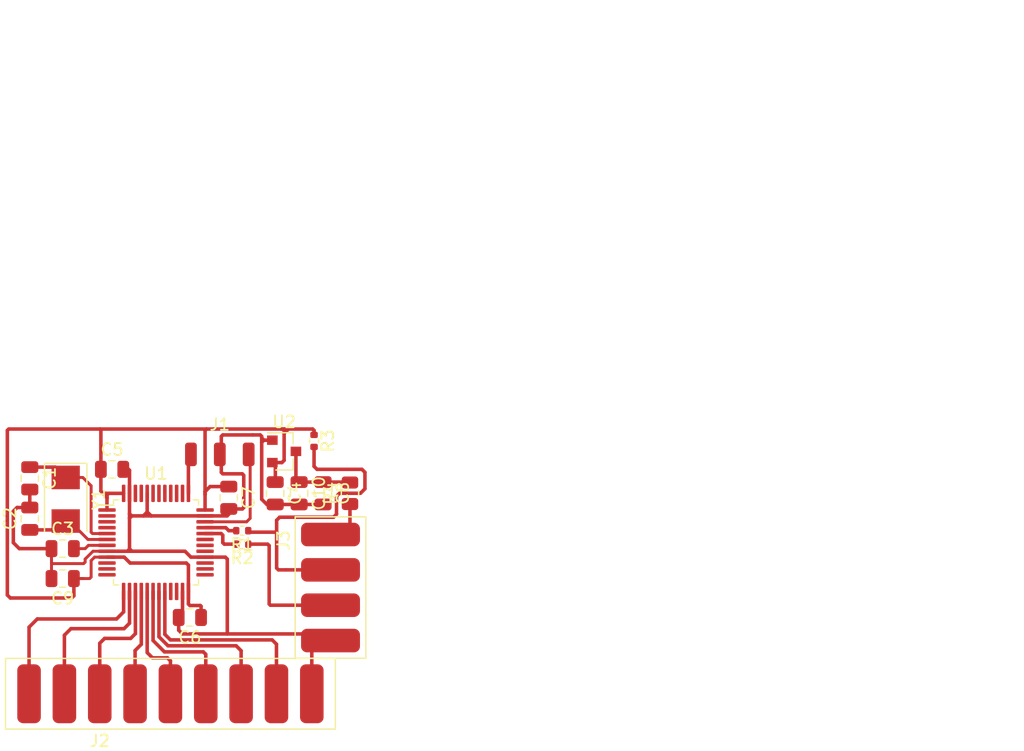
<source format=kicad_pcb>
(kicad_pcb (version 20171130) (host pcbnew 5.1.10-88a1d61d58~90~ubuntu21.04.1)

  (general
    (thickness 1.6)
    (drawings 0)
    (tracks 253)
    (zones 0)
    (modules 20)
    (nets 44)
  )

  (page A4)
  (layers
    (0 F.Cu signal)
    (31 B.Cu signal)
    (32 B.Adhes user)
    (33 F.Adhes user)
    (34 B.Paste user)
    (35 F.Paste user)
    (36 B.SilkS user)
    (37 F.SilkS user)
    (38 B.Mask user)
    (39 F.Mask user)
    (40 Dwgs.User user)
    (41 Cmts.User user)
    (42 Eco1.User user)
    (43 Eco2.User user)
    (44 Edge.Cuts user)
    (45 Margin user)
    (46 B.CrtYd user)
    (47 F.CrtYd user)
    (48 B.Fab user)
    (49 F.Fab user)
  )

  (setup
    (last_trace_width 0.3)
    (user_trace_width 0.3)
    (trace_clearance 0.2)
    (zone_clearance 0.508)
    (zone_45_only no)
    (trace_min 0.2)
    (via_size 0.8)
    (via_drill 0.4)
    (via_min_size 0.4)
    (via_min_drill 0.3)
    (uvia_size 0.3)
    (uvia_drill 0.1)
    (uvias_allowed no)
    (uvia_min_size 0.2)
    (uvia_min_drill 0.1)
    (edge_width 0.05)
    (segment_width 0.2)
    (pcb_text_width 0.3)
    (pcb_text_size 1.5 1.5)
    (mod_edge_width 0.12)
    (mod_text_size 1 1)
    (mod_text_width 0.15)
    (pad_size 1.524 1.524)
    (pad_drill 0.762)
    (pad_to_mask_clearance 0)
    (aux_axis_origin 0 0)
    (visible_elements FFFFFF7F)
    (pcbplotparams
      (layerselection 0x00000_7fffffff)
      (usegerberextensions false)
      (usegerberattributes true)
      (usegerberadvancedattributes true)
      (creategerberjobfile true)
      (excludeedgelayer true)
      (linewidth 0.020000)
      (plotframeref false)
      (viasonmask false)
      (mode 1)
      (useauxorigin false)
      (hpglpennumber 1)
      (hpglpenspeed 20)
      (hpglpendiameter 15.000000)
      (psnegative true)
      (psa4output false)
      (plotreference true)
      (plotvalue true)
      (plotinvisibletext false)
      (padsonsilk false)
      (subtractmaskfromsilk false)
      (outputformat 5)
      (mirror false)
      (drillshape 1)
      (scaleselection 1)
      (outputdirectory "./"))
  )

  (net 0 "")
  (net 1 GND)
  (net 2 "Net-(C1-Pad1)")
  (net 3 "Net-(C2-Pad1)")
  (net 4 "Net-(C3-Pad2)")
  (net 5 +3V3)
  (net 6 "Net-(C10-Pad1)")
  (net 7 /SWCLK)
  (net 8 /SWDIO)
  (net 9 /JOY7)
  (net 10 /JOY6)
  (net 11 /JOY5)
  (net 12 /JOY4)
  (net 13 /JOY3)
  (net 14 /JOY2)
  (net 15 /JOY1)
  (net 16 /JOY0)
  (net 17 +5V)
  (net 18 /DP)
  (net 19 /DM)
  (net 20 "Net-(U1-Pad46)")
  (net 21 "Net-(U1-Pad45)")
  (net 22 "Net-(U1-Pad43)")
  (net 23 "Net-(U1-Pad42)")
  (net 24 "Net-(U1-Pad41)")
  (net 25 "Net-(U1-Pad40)")
  (net 26 "Net-(U1-Pad39)")
  (net 27 "Net-(U1-Pad38)")
  (net 28 "Net-(U1-Pad31)")
  (net 29 "Net-(U1-Pad30)")
  (net 30 "Net-(U1-Pad29)")
  (net 31 "Net-(U1-Pad27)")
  (net 32 "Net-(U1-Pad26)")
  (net 33 "Net-(U1-Pad25)")
  (net 34 "Net-(U1-Pad22)")
  (net 35 "Net-(U1-Pad21)")
  (net 36 "Net-(U1-Pad12)")
  (net 37 "Net-(U1-Pad11)")
  (net 38 "Net-(U1-Pad10)")
  (net 39 "Net-(U1-Pad4)")
  (net 40 "Net-(U1-Pad3)")
  (net 41 "Net-(U1-Pad2)")
  (net 42 "Net-(J3-Pad3)")
  (net 43 "Net-(J3-Pad2)")

  (net_class Default "This is the default net class."
    (clearance 0.2)
    (trace_width 0.25)
    (via_dia 0.8)
    (via_drill 0.4)
    (uvia_dia 0.3)
    (uvia_drill 0.1)
    (add_net +3V3)
    (add_net +5V)
    (add_net /DM)
    (add_net /DP)
    (add_net /JOY0)
    (add_net /JOY1)
    (add_net /JOY2)
    (add_net /JOY3)
    (add_net /JOY4)
    (add_net /JOY5)
    (add_net /JOY6)
    (add_net /JOY7)
    (add_net /SWCLK)
    (add_net /SWDIO)
    (add_net GND)
    (add_net "Net-(C1-Pad1)")
    (add_net "Net-(C10-Pad1)")
    (add_net "Net-(C2-Pad1)")
    (add_net "Net-(C3-Pad2)")
    (add_net "Net-(J3-Pad2)")
    (add_net "Net-(J3-Pad3)")
    (add_net "Net-(U1-Pad10)")
    (add_net "Net-(U1-Pad11)")
    (add_net "Net-(U1-Pad12)")
    (add_net "Net-(U1-Pad2)")
    (add_net "Net-(U1-Pad21)")
    (add_net "Net-(U1-Pad22)")
    (add_net "Net-(U1-Pad25)")
    (add_net "Net-(U1-Pad26)")
    (add_net "Net-(U1-Pad27)")
    (add_net "Net-(U1-Pad29)")
    (add_net "Net-(U1-Pad3)")
    (add_net "Net-(U1-Pad30)")
    (add_net "Net-(U1-Pad31)")
    (add_net "Net-(U1-Pad38)")
    (add_net "Net-(U1-Pad39)")
    (add_net "Net-(U1-Pad4)")
    (add_net "Net-(U1-Pad40)")
    (add_net "Net-(U1-Pad41)")
    (add_net "Net-(U1-Pad42)")
    (add_net "Net-(U1-Pad43)")
    (add_net "Net-(U1-Pad45)")
    (add_net "Net-(U1-Pad46)")
  )

  (module Package_TO_SOT_SMD:SOT-23 (layer F.Cu) (tedit 5A02FF57) (tstamp 610501F3)
    (at 45.212 19.05)
    (descr "SOT-23, Standard")
    (tags SOT-23)
    (path /61038F36)
    (attr smd)
    (fp_text reference U2 (at 0 -2.5) (layer F.SilkS)
      (effects (font (size 1 1) (thickness 0.15)))
    )
    (fp_text value XC6206-33 (at 0 2.5) (layer F.Fab)
      (effects (font (size 1 1) (thickness 0.15)))
    )
    (fp_line (start -0.7 -0.95) (end -0.7 1.5) (layer F.Fab) (width 0.1))
    (fp_line (start -0.15 -1.52) (end 0.7 -1.52) (layer F.Fab) (width 0.1))
    (fp_line (start -0.7 -0.95) (end -0.15 -1.52) (layer F.Fab) (width 0.1))
    (fp_line (start 0.7 -1.52) (end 0.7 1.52) (layer F.Fab) (width 0.1))
    (fp_line (start -0.7 1.52) (end 0.7 1.52) (layer F.Fab) (width 0.1))
    (fp_line (start 0.76 1.58) (end 0.76 0.65) (layer F.SilkS) (width 0.12))
    (fp_line (start 0.76 -1.58) (end 0.76 -0.65) (layer F.SilkS) (width 0.12))
    (fp_line (start -1.7 -1.75) (end 1.7 -1.75) (layer F.CrtYd) (width 0.05))
    (fp_line (start 1.7 -1.75) (end 1.7 1.75) (layer F.CrtYd) (width 0.05))
    (fp_line (start 1.7 1.75) (end -1.7 1.75) (layer F.CrtYd) (width 0.05))
    (fp_line (start -1.7 1.75) (end -1.7 -1.75) (layer F.CrtYd) (width 0.05))
    (fp_line (start 0.76 -1.58) (end -1.4 -1.58) (layer F.SilkS) (width 0.12))
    (fp_line (start 0.76 1.58) (end -0.7 1.58) (layer F.SilkS) (width 0.12))
    (fp_text user %R (at 0 0 90) (layer F.Fab)
      (effects (font (size 0.5 0.5) (thickness 0.075)))
    )
    (pad 3 smd rect (at 1 0) (size 0.9 0.8) (layers F.Cu F.Paste F.Mask)
      (net 6 "Net-(C10-Pad1)"))
    (pad 2 smd rect (at -1 0.95) (size 0.9 0.8) (layers F.Cu F.Paste F.Mask)
      (net 5 +3V3))
    (pad 1 smd rect (at -1 -0.95) (size 0.9 0.8) (layers F.Cu F.Paste F.Mask)
      (net 1 GND))
    (model ${KISYS3DMOD}/Package_TO_SOT_SMD.3dshapes/SOT-23.wrl
      (at (xyz 0 0 0))
      (scale (xyz 1 1 1))
      (rotate (xyz 0 0 0))
    )
  )

  (module Resistor_SMD:R_0805_2012Metric (layer F.Cu) (tedit 5F68FEEE) (tstamp 6102E979)
    (at 50.8 22.606 90)
    (descr "Resistor SMD 0805 (2012 Metric), square (rectangular) end terminal, IPC_7351 nominal, (Body size source: IPC-SM-782 page 72, https://www.pcb-3d.com/wordpress/wp-content/uploads/ipc-sm-782a_amendment_1_and_2.pdf), generated with kicad-footprint-generator")
    (tags resistor)
    (path /60BAA748)
    (attr smd)
    (fp_text reference R4 (at 0 -1.65 90) (layer F.SilkS)
      (effects (font (size 1 1) (thickness 0.15)))
    )
    (fp_text value 10 (at 0 1.65 90) (layer F.Fab)
      (effects (font (size 1 1) (thickness 0.15)))
    )
    (fp_line (start 1.68 0.95) (end -1.68 0.95) (layer F.CrtYd) (width 0.05))
    (fp_line (start 1.68 -0.95) (end 1.68 0.95) (layer F.CrtYd) (width 0.05))
    (fp_line (start -1.68 -0.95) (end 1.68 -0.95) (layer F.CrtYd) (width 0.05))
    (fp_line (start -1.68 0.95) (end -1.68 -0.95) (layer F.CrtYd) (width 0.05))
    (fp_line (start -0.227064 0.735) (end 0.227064 0.735) (layer F.SilkS) (width 0.12))
    (fp_line (start -0.227064 -0.735) (end 0.227064 -0.735) (layer F.SilkS) (width 0.12))
    (fp_line (start 1 0.625) (end -1 0.625) (layer F.Fab) (width 0.1))
    (fp_line (start 1 -0.625) (end 1 0.625) (layer F.Fab) (width 0.1))
    (fp_line (start -1 -0.625) (end 1 -0.625) (layer F.Fab) (width 0.1))
    (fp_line (start -1 0.625) (end -1 -0.625) (layer F.Fab) (width 0.1))
    (fp_text user %R (at 0 0 90) (layer F.Fab)
      (effects (font (size 0.5 0.5) (thickness 0.08)))
    )
    (pad 2 smd roundrect (at 0.9125 0 90) (size 1.025 1.4) (layers F.Cu F.Paste F.Mask) (roundrect_rratio 0.2439014634146341)
      (net 6 "Net-(C10-Pad1)"))
    (pad 1 smd roundrect (at -0.9125 0 90) (size 1.025 1.4) (layers F.Cu F.Paste F.Mask) (roundrect_rratio 0.2439014634146341)
      (net 17 +5V))
    (model ${KISYS3DMOD}/Resistor_SMD.3dshapes/R_0805_2012Metric.wrl
      (at (xyz 0 0 0))
      (scale (xyz 1 1 1))
      (rotate (xyz 0 0 0))
    )
  )

  (module Crystal:Crystal_SMD_5032-2Pin_5.0x3.2mm (layer F.Cu) (tedit 5A0FD1B2) (tstamp 60BA7B1B)
    (at 26.67 23.114 270)
    (descr "SMD Crystal SERIES SMD2520/2 http://www.icbase.com/File/PDF/HKC/HKC00061008.pdf, 5.0x3.2mm^2 package")
    (tags "SMD SMT crystal")
    (path /60BB7B29)
    (attr smd)
    (fp_text reference Y1 (at 0 -2.8 90) (layer F.SilkS)
      (effects (font (size 1 1) (thickness 0.15)))
    )
    (fp_text value 8M (at 0 2.8 90) (layer F.Fab)
      (effects (font (size 1 1) (thickness 0.15)))
    )
    (fp_circle (center 0 0) (end 0.093333 0) (layer F.Adhes) (width 0.186667))
    (fp_circle (center 0 0) (end 0.213333 0) (layer F.Adhes) (width 0.133333))
    (fp_circle (center 0 0) (end 0.333333 0) (layer F.Adhes) (width 0.133333))
    (fp_circle (center 0 0) (end 0.4 0) (layer F.Adhes) (width 0.1))
    (fp_line (start 3.1 -1.9) (end -3.1 -1.9) (layer F.CrtYd) (width 0.05))
    (fp_line (start 3.1 1.9) (end 3.1 -1.9) (layer F.CrtYd) (width 0.05))
    (fp_line (start -3.1 1.9) (end 3.1 1.9) (layer F.CrtYd) (width 0.05))
    (fp_line (start -3.1 -1.9) (end -3.1 1.9) (layer F.CrtYd) (width 0.05))
    (fp_line (start -3.05 1.8) (end 2.7 1.8) (layer F.SilkS) (width 0.12))
    (fp_line (start -3.05 -1.8) (end -3.05 1.8) (layer F.SilkS) (width 0.12))
    (fp_line (start 2.7 -1.8) (end -3.05 -1.8) (layer F.SilkS) (width 0.12))
    (fp_line (start -2.5 0.6) (end -1.5 1.6) (layer F.Fab) (width 0.1))
    (fp_line (start -2.5 -1.4) (end -2.3 -1.6) (layer F.Fab) (width 0.1))
    (fp_line (start -2.5 1.4) (end -2.5 -1.4) (layer F.Fab) (width 0.1))
    (fp_line (start -2.3 1.6) (end -2.5 1.4) (layer F.Fab) (width 0.1))
    (fp_line (start 2.3 1.6) (end -2.3 1.6) (layer F.Fab) (width 0.1))
    (fp_line (start 2.5 1.4) (end 2.3 1.6) (layer F.Fab) (width 0.1))
    (fp_line (start 2.5 -1.4) (end 2.5 1.4) (layer F.Fab) (width 0.1))
    (fp_line (start 2.3 -1.6) (end 2.5 -1.4) (layer F.Fab) (width 0.1))
    (fp_line (start -2.3 -1.6) (end 2.3 -1.6) (layer F.Fab) (width 0.1))
    (fp_text user %R (at 0 0 90) (layer F.Fab)
      (effects (font (size 1 1) (thickness 0.15)))
    )
    (pad 2 smd rect (at 1.85 0 270) (size 2 2.4) (layers F.Cu F.Paste F.Mask)
      (net 3 "Net-(C2-Pad1)"))
    (pad 1 smd rect (at -1.85 0 270) (size 2 2.4) (layers F.Cu F.Paste F.Mask)
      (net 2 "Net-(C1-Pad1)"))
    (model ${KISYS3DMOD}/Crystal.3dshapes/Crystal_SMD_5032-2Pin_5.0x3.2mm.wrl
      (at (xyz 0 0 0))
      (scale (xyz 1 1 1))
      (rotate (xyz 0 0 0))
    )
  )

  (module Package_QFP:LQFP-48_7x7mm_P0.5mm (layer F.Cu) (tedit 5D9F72AF) (tstamp 60BA680C)
    (at 34.337 26.776)
    (descr "LQFP, 48 Pin (https://www.analog.com/media/en/technical-documentation/data-sheets/ltc2358-16.pdf), generated with kicad-footprint-generator ipc_gullwing_generator.py")
    (tags "LQFP QFP")
    (path /60B9067D)
    (attr smd)
    (fp_text reference U1 (at 0 -5.85) (layer F.SilkS)
      (effects (font (size 1 1) (thickness 0.15)))
    )
    (fp_text value STM32F103C8Tx_usb (at 0 5.85) (layer F.Fab)
      (effects (font (size 1 1) (thickness 0.15)))
    )
    (fp_line (start 5.15 3.15) (end 5.15 0) (layer F.CrtYd) (width 0.05))
    (fp_line (start 3.75 3.15) (end 5.15 3.15) (layer F.CrtYd) (width 0.05))
    (fp_line (start 3.75 3.75) (end 3.75 3.15) (layer F.CrtYd) (width 0.05))
    (fp_line (start 3.15 3.75) (end 3.75 3.75) (layer F.CrtYd) (width 0.05))
    (fp_line (start 3.15 5.15) (end 3.15 3.75) (layer F.CrtYd) (width 0.05))
    (fp_line (start 0 5.15) (end 3.15 5.15) (layer F.CrtYd) (width 0.05))
    (fp_line (start -5.15 3.15) (end -5.15 0) (layer F.CrtYd) (width 0.05))
    (fp_line (start -3.75 3.15) (end -5.15 3.15) (layer F.CrtYd) (width 0.05))
    (fp_line (start -3.75 3.75) (end -3.75 3.15) (layer F.CrtYd) (width 0.05))
    (fp_line (start -3.15 3.75) (end -3.75 3.75) (layer F.CrtYd) (width 0.05))
    (fp_line (start -3.15 5.15) (end -3.15 3.75) (layer F.CrtYd) (width 0.05))
    (fp_line (start 0 5.15) (end -3.15 5.15) (layer F.CrtYd) (width 0.05))
    (fp_line (start 5.15 -3.15) (end 5.15 0) (layer F.CrtYd) (width 0.05))
    (fp_line (start 3.75 -3.15) (end 5.15 -3.15) (layer F.CrtYd) (width 0.05))
    (fp_line (start 3.75 -3.75) (end 3.75 -3.15) (layer F.CrtYd) (width 0.05))
    (fp_line (start 3.15 -3.75) (end 3.75 -3.75) (layer F.CrtYd) (width 0.05))
    (fp_line (start 3.15 -5.15) (end 3.15 -3.75) (layer F.CrtYd) (width 0.05))
    (fp_line (start 0 -5.15) (end 3.15 -5.15) (layer F.CrtYd) (width 0.05))
    (fp_line (start -5.15 -3.15) (end -5.15 0) (layer F.CrtYd) (width 0.05))
    (fp_line (start -3.75 -3.15) (end -5.15 -3.15) (layer F.CrtYd) (width 0.05))
    (fp_line (start -3.75 -3.75) (end -3.75 -3.15) (layer F.CrtYd) (width 0.05))
    (fp_line (start -3.15 -3.75) (end -3.75 -3.75) (layer F.CrtYd) (width 0.05))
    (fp_line (start -3.15 -5.15) (end -3.15 -3.75) (layer F.CrtYd) (width 0.05))
    (fp_line (start 0 -5.15) (end -3.15 -5.15) (layer F.CrtYd) (width 0.05))
    (fp_line (start -3.5 -2.5) (end -2.5 -3.5) (layer F.Fab) (width 0.1))
    (fp_line (start -3.5 3.5) (end -3.5 -2.5) (layer F.Fab) (width 0.1))
    (fp_line (start 3.5 3.5) (end -3.5 3.5) (layer F.Fab) (width 0.1))
    (fp_line (start 3.5 -3.5) (end 3.5 3.5) (layer F.Fab) (width 0.1))
    (fp_line (start -2.5 -3.5) (end 3.5 -3.5) (layer F.Fab) (width 0.1))
    (fp_line (start -3.61 -3.16) (end -4.9 -3.16) (layer F.SilkS) (width 0.12))
    (fp_line (start -3.61 -3.61) (end -3.61 -3.16) (layer F.SilkS) (width 0.12))
    (fp_line (start -3.16 -3.61) (end -3.61 -3.61) (layer F.SilkS) (width 0.12))
    (fp_line (start 3.61 -3.61) (end 3.61 -3.16) (layer F.SilkS) (width 0.12))
    (fp_line (start 3.16 -3.61) (end 3.61 -3.61) (layer F.SilkS) (width 0.12))
    (fp_line (start -3.61 3.61) (end -3.61 3.16) (layer F.SilkS) (width 0.12))
    (fp_line (start -3.16 3.61) (end -3.61 3.61) (layer F.SilkS) (width 0.12))
    (fp_line (start 3.61 3.61) (end 3.61 3.16) (layer F.SilkS) (width 0.12))
    (fp_line (start 3.16 3.61) (end 3.61 3.61) (layer F.SilkS) (width 0.12))
    (fp_text user %R (at 0 0) (layer F.Fab)
      (effects (font (size 1 1) (thickness 0.15)))
    )
    (pad 48 smd roundrect (at -2.75 -4.1625) (size 0.3 1.475) (layers F.Cu F.Paste F.Mask) (roundrect_rratio 0.25)
      (net 5 +3V3))
    (pad 47 smd roundrect (at -2.25 -4.1625) (size 0.3 1.475) (layers F.Cu F.Paste F.Mask) (roundrect_rratio 0.25)
      (net 1 GND))
    (pad 46 smd roundrect (at -1.75 -4.1625) (size 0.3 1.475) (layers F.Cu F.Paste F.Mask) (roundrect_rratio 0.25)
      (net 20 "Net-(U1-Pad46)"))
    (pad 45 smd roundrect (at -1.25 -4.1625) (size 0.3 1.475) (layers F.Cu F.Paste F.Mask) (roundrect_rratio 0.25)
      (net 21 "Net-(U1-Pad45)"))
    (pad 44 smd roundrect (at -0.75 -4.1625) (size 0.3 1.475) (layers F.Cu F.Paste F.Mask) (roundrect_rratio 0.25)
      (net 1 GND))
    (pad 43 smd roundrect (at -0.25 -4.1625) (size 0.3 1.475) (layers F.Cu F.Paste F.Mask) (roundrect_rratio 0.25)
      (net 22 "Net-(U1-Pad43)"))
    (pad 42 smd roundrect (at 0.25 -4.1625) (size 0.3 1.475) (layers F.Cu F.Paste F.Mask) (roundrect_rratio 0.25)
      (net 23 "Net-(U1-Pad42)"))
    (pad 41 smd roundrect (at 0.75 -4.1625) (size 0.3 1.475) (layers F.Cu F.Paste F.Mask) (roundrect_rratio 0.25)
      (net 24 "Net-(U1-Pad41)"))
    (pad 40 smd roundrect (at 1.25 -4.1625) (size 0.3 1.475) (layers F.Cu F.Paste F.Mask) (roundrect_rratio 0.25)
      (net 25 "Net-(U1-Pad40)"))
    (pad 39 smd roundrect (at 1.75 -4.1625) (size 0.3 1.475) (layers F.Cu F.Paste F.Mask) (roundrect_rratio 0.25)
      (net 26 "Net-(U1-Pad39)"))
    (pad 38 smd roundrect (at 2.25 -4.1625) (size 0.3 1.475) (layers F.Cu F.Paste F.Mask) (roundrect_rratio 0.25)
      (net 27 "Net-(U1-Pad38)"))
    (pad 37 smd roundrect (at 2.75 -4.1625) (size 0.3 1.475) (layers F.Cu F.Paste F.Mask) (roundrect_rratio 0.25)
      (net 7 /SWCLK))
    (pad 36 smd roundrect (at 4.1625 -2.75) (size 1.475 0.3) (layers F.Cu F.Paste F.Mask) (roundrect_rratio 0.25)
      (net 5 +3V3))
    (pad 35 smd roundrect (at 4.1625 -2.25) (size 1.475 0.3) (layers F.Cu F.Paste F.Mask) (roundrect_rratio 0.25)
      (net 1 GND))
    (pad 34 smd roundrect (at 4.1625 -1.75) (size 1.475 0.3) (layers F.Cu F.Paste F.Mask) (roundrect_rratio 0.25)
      (net 8 /SWDIO))
    (pad 33 smd roundrect (at 4.1625 -1.25) (size 1.475 0.3) (layers F.Cu F.Paste F.Mask) (roundrect_rratio 0.25)
      (net 18 /DP))
    (pad 32 smd roundrect (at 4.1625 -0.75) (size 1.475 0.3) (layers F.Cu F.Paste F.Mask) (roundrect_rratio 0.25)
      (net 19 /DM))
    (pad 31 smd roundrect (at 4.1625 -0.25) (size 1.475 0.3) (layers F.Cu F.Paste F.Mask) (roundrect_rratio 0.25)
      (net 28 "Net-(U1-Pad31)"))
    (pad 30 smd roundrect (at 4.1625 0.25) (size 1.475 0.3) (layers F.Cu F.Paste F.Mask) (roundrect_rratio 0.25)
      (net 29 "Net-(U1-Pad30)"))
    (pad 29 smd roundrect (at 4.1625 0.75) (size 1.475 0.3) (layers F.Cu F.Paste F.Mask) (roundrect_rratio 0.25)
      (net 30 "Net-(U1-Pad29)"))
    (pad 28 smd roundrect (at 4.1625 1.25) (size 1.475 0.3) (layers F.Cu F.Paste F.Mask) (roundrect_rratio 0.25)
      (net 1 GND))
    (pad 27 smd roundrect (at 4.1625 1.75) (size 1.475 0.3) (layers F.Cu F.Paste F.Mask) (roundrect_rratio 0.25)
      (net 31 "Net-(U1-Pad27)"))
    (pad 26 smd roundrect (at 4.1625 2.25) (size 1.475 0.3) (layers F.Cu F.Paste F.Mask) (roundrect_rratio 0.25)
      (net 32 "Net-(U1-Pad26)"))
    (pad 25 smd roundrect (at 4.1625 2.75) (size 1.475 0.3) (layers F.Cu F.Paste F.Mask) (roundrect_rratio 0.25)
      (net 33 "Net-(U1-Pad25)"))
    (pad 24 smd roundrect (at 2.75 4.1625) (size 0.3 1.475) (layers F.Cu F.Paste F.Mask) (roundrect_rratio 0.25)
      (net 5 +3V3))
    (pad 23 smd roundrect (at 2.25 4.1625) (size 0.3 1.475) (layers F.Cu F.Paste F.Mask) (roundrect_rratio 0.25)
      (net 1 GND))
    (pad 22 smd roundrect (at 1.75 4.1625) (size 0.3 1.475) (layers F.Cu F.Paste F.Mask) (roundrect_rratio 0.25)
      (net 34 "Net-(U1-Pad22)"))
    (pad 21 smd roundrect (at 1.25 4.1625) (size 0.3 1.475) (layers F.Cu F.Paste F.Mask) (roundrect_rratio 0.25)
      (net 35 "Net-(U1-Pad21)"))
    (pad 20 smd roundrect (at 0.75 4.1625) (size 0.3 1.475) (layers F.Cu F.Paste F.Mask) (roundrect_rratio 0.25)
      (net 9 /JOY7))
    (pad 19 smd roundrect (at 0.25 4.1625) (size 0.3 1.475) (layers F.Cu F.Paste F.Mask) (roundrect_rratio 0.25)
      (net 10 /JOY6))
    (pad 18 smd roundrect (at -0.25 4.1625) (size 0.3 1.475) (layers F.Cu F.Paste F.Mask) (roundrect_rratio 0.25)
      (net 11 /JOY5))
    (pad 17 smd roundrect (at -0.75 4.1625) (size 0.3 1.475) (layers F.Cu F.Paste F.Mask) (roundrect_rratio 0.25)
      (net 12 /JOY4))
    (pad 16 smd roundrect (at -1.25 4.1625) (size 0.3 1.475) (layers F.Cu F.Paste F.Mask) (roundrect_rratio 0.25)
      (net 13 /JOY3))
    (pad 15 smd roundrect (at -1.75 4.1625) (size 0.3 1.475) (layers F.Cu F.Paste F.Mask) (roundrect_rratio 0.25)
      (net 14 /JOY2))
    (pad 14 smd roundrect (at -2.25 4.1625) (size 0.3 1.475) (layers F.Cu F.Paste F.Mask) (roundrect_rratio 0.25)
      (net 15 /JOY1))
    (pad 13 smd roundrect (at -2.75 4.1625) (size 0.3 1.475) (layers F.Cu F.Paste F.Mask) (roundrect_rratio 0.25)
      (net 16 /JOY0))
    (pad 12 smd roundrect (at -4.1625 2.75) (size 1.475 0.3) (layers F.Cu F.Paste F.Mask) (roundrect_rratio 0.25)
      (net 36 "Net-(U1-Pad12)"))
    (pad 11 smd roundrect (at -4.1625 2.25) (size 1.475 0.3) (layers F.Cu F.Paste F.Mask) (roundrect_rratio 0.25)
      (net 37 "Net-(U1-Pad11)"))
    (pad 10 smd roundrect (at -4.1625 1.75) (size 1.475 0.3) (layers F.Cu F.Paste F.Mask) (roundrect_rratio 0.25)
      (net 38 "Net-(U1-Pad10)"))
    (pad 9 smd roundrect (at -4.1625 1.25) (size 1.475 0.3) (layers F.Cu F.Paste F.Mask) (roundrect_rratio 0.25)
      (net 5 +3V3))
    (pad 8 smd roundrect (at -4.1625 0.75) (size 1.475 0.3) (layers F.Cu F.Paste F.Mask) (roundrect_rratio 0.25)
      (net 1 GND))
    (pad 7 smd roundrect (at -4.1625 0.25) (size 1.475 0.3) (layers F.Cu F.Paste F.Mask) (roundrect_rratio 0.25)
      (net 4 "Net-(C3-Pad2)"))
    (pad 6 smd roundrect (at -4.1625 -0.25) (size 1.475 0.3) (layers F.Cu F.Paste F.Mask) (roundrect_rratio 0.25)
      (net 3 "Net-(C2-Pad1)"))
    (pad 5 smd roundrect (at -4.1625 -0.75) (size 1.475 0.3) (layers F.Cu F.Paste F.Mask) (roundrect_rratio 0.25)
      (net 2 "Net-(C1-Pad1)"))
    (pad 4 smd roundrect (at -4.1625 -1.25) (size 1.475 0.3) (layers F.Cu F.Paste F.Mask) (roundrect_rratio 0.25)
      (net 39 "Net-(U1-Pad4)"))
    (pad 3 smd roundrect (at -4.1625 -1.75) (size 1.475 0.3) (layers F.Cu F.Paste F.Mask) (roundrect_rratio 0.25)
      (net 40 "Net-(U1-Pad3)"))
    (pad 2 smd roundrect (at -4.1625 -2.25) (size 1.475 0.3) (layers F.Cu F.Paste F.Mask) (roundrect_rratio 0.25)
      (net 41 "Net-(U1-Pad2)"))
    (pad 1 smd roundrect (at -4.1625 -2.75) (size 1.475 0.3) (layers F.Cu F.Paste F.Mask) (roundrect_rratio 0.25)
      (net 5 +3V3))
    (model ${KISYS3DMOD}/Package_QFP.3dshapes/LQFP-48_7x7mm_P0.5mm.wrl
      (at (xyz 0 0 0))
      (scale (xyz 1 1 1))
      (rotate (xyz 0 0 0))
    )
  )

  (module Resistor_SMD:R_0402_1005Metric (layer F.Cu) (tedit 5F68FEEE) (tstamp 60BA67A0)
    (at 47.752 18.161 270)
    (descr "Resistor SMD 0402 (1005 Metric), square (rectangular) end terminal, IPC_7351 nominal, (Body size source: IPC-SM-782 page 72, https://www.pcb-3d.com/wordpress/wp-content/uploads/ipc-sm-782a_amendment_1_and_2.pdf), generated with kicad-footprint-generator")
    (tags resistor)
    (path /60B98022)
    (attr smd)
    (fp_text reference R3 (at 0 -1.17 90) (layer F.SilkS)
      (effects (font (size 1 1) (thickness 0.15)))
    )
    (fp_text value 100k (at 0 1.17 90) (layer F.Fab)
      (effects (font (size 1 1) (thickness 0.15)))
    )
    (fp_line (start 0.93 0.47) (end -0.93 0.47) (layer F.CrtYd) (width 0.05))
    (fp_line (start 0.93 -0.47) (end 0.93 0.47) (layer F.CrtYd) (width 0.05))
    (fp_line (start -0.93 -0.47) (end 0.93 -0.47) (layer F.CrtYd) (width 0.05))
    (fp_line (start -0.93 0.47) (end -0.93 -0.47) (layer F.CrtYd) (width 0.05))
    (fp_line (start -0.153641 0.38) (end 0.153641 0.38) (layer F.SilkS) (width 0.12))
    (fp_line (start -0.153641 -0.38) (end 0.153641 -0.38) (layer F.SilkS) (width 0.12))
    (fp_line (start 0.525 0.27) (end -0.525 0.27) (layer F.Fab) (width 0.1))
    (fp_line (start 0.525 -0.27) (end 0.525 0.27) (layer F.Fab) (width 0.1))
    (fp_line (start -0.525 -0.27) (end 0.525 -0.27) (layer F.Fab) (width 0.1))
    (fp_line (start -0.525 0.27) (end -0.525 -0.27) (layer F.Fab) (width 0.1))
    (fp_text user %R (at 0 0 90) (layer F.Fab)
      (effects (font (size 0.26 0.26) (thickness 0.04)))
    )
    (pad 2 smd roundrect (at 0.51 0 270) (size 0.54 0.64) (layers F.Cu F.Paste F.Mask) (roundrect_rratio 0.25)
      (net 43 "Net-(J3-Pad2)"))
    (pad 1 smd roundrect (at -0.51 0 270) (size 0.54 0.64) (layers F.Cu F.Paste F.Mask) (roundrect_rratio 0.25)
      (net 5 +3V3))
    (model ${KISYS3DMOD}/Resistor_SMD.3dshapes/R_0402_1005Metric.wrl
      (at (xyz 0 0 0))
      (scale (xyz 1 1 1))
      (rotate (xyz 0 0 0))
    )
  )

  (module Resistor_SMD:R_0402_1005Metric (layer F.Cu) (tedit 5F68FEEE) (tstamp 60BA678F)
    (at 41.656 26.924 180)
    (descr "Resistor SMD 0402 (1005 Metric), square (rectangular) end terminal, IPC_7351 nominal, (Body size source: IPC-SM-782 page 72, https://www.pcb-3d.com/wordpress/wp-content/uploads/ipc-sm-782a_amendment_1_and_2.pdf), generated with kicad-footprint-generator")
    (tags resistor)
    (path /60BAF8CE)
    (attr smd)
    (fp_text reference R2 (at 0 -1.17) (layer F.SilkS)
      (effects (font (size 1 1) (thickness 0.15)))
    )
    (fp_text value 50 (at 0 1.17) (layer F.Fab)
      (effects (font (size 1 1) (thickness 0.15)))
    )
    (fp_line (start 0.93 0.47) (end -0.93 0.47) (layer F.CrtYd) (width 0.05))
    (fp_line (start 0.93 -0.47) (end 0.93 0.47) (layer F.CrtYd) (width 0.05))
    (fp_line (start -0.93 -0.47) (end 0.93 -0.47) (layer F.CrtYd) (width 0.05))
    (fp_line (start -0.93 0.47) (end -0.93 -0.47) (layer F.CrtYd) (width 0.05))
    (fp_line (start -0.153641 0.38) (end 0.153641 0.38) (layer F.SilkS) (width 0.12))
    (fp_line (start -0.153641 -0.38) (end 0.153641 -0.38) (layer F.SilkS) (width 0.12))
    (fp_line (start 0.525 0.27) (end -0.525 0.27) (layer F.Fab) (width 0.1))
    (fp_line (start 0.525 -0.27) (end 0.525 0.27) (layer F.Fab) (width 0.1))
    (fp_line (start -0.525 -0.27) (end 0.525 -0.27) (layer F.Fab) (width 0.1))
    (fp_line (start -0.525 0.27) (end -0.525 -0.27) (layer F.Fab) (width 0.1))
    (fp_text user %R (at 0 0) (layer F.Fab)
      (effects (font (size 0.26 0.26) (thickness 0.04)))
    )
    (pad 2 smd roundrect (at 0.51 0 180) (size 0.54 0.64) (layers F.Cu F.Paste F.Mask) (roundrect_rratio 0.25)
      (net 19 /DM))
    (pad 1 smd roundrect (at -0.51 0 180) (size 0.54 0.64) (layers F.Cu F.Paste F.Mask) (roundrect_rratio 0.25)
      (net 42 "Net-(J3-Pad3)"))
    (model ${KISYS3DMOD}/Resistor_SMD.3dshapes/R_0402_1005Metric.wrl
      (at (xyz 0 0 0))
      (scale (xyz 1 1 1))
      (rotate (xyz 0 0 0))
    )
  )

  (module Resistor_SMD:R_0402_1005Metric (layer F.Cu) (tedit 5F68FEEE) (tstamp 60BA677E)
    (at 41.656 25.781 180)
    (descr "Resistor SMD 0402 (1005 Metric), square (rectangular) end terminal, IPC_7351 nominal, (Body size source: IPC-SM-782 page 72, https://www.pcb-3d.com/wordpress/wp-content/uploads/ipc-sm-782a_amendment_1_and_2.pdf), generated with kicad-footprint-generator")
    (tags resistor)
    (path /60BAF3EA)
    (attr smd)
    (fp_text reference R1 (at 0 -1.17) (layer F.SilkS)
      (effects (font (size 1 1) (thickness 0.15)))
    )
    (fp_text value 50 (at 0 1.17) (layer F.Fab)
      (effects (font (size 1 1) (thickness 0.15)))
    )
    (fp_line (start 0.93 0.47) (end -0.93 0.47) (layer F.CrtYd) (width 0.05))
    (fp_line (start 0.93 -0.47) (end 0.93 0.47) (layer F.CrtYd) (width 0.05))
    (fp_line (start -0.93 -0.47) (end 0.93 -0.47) (layer F.CrtYd) (width 0.05))
    (fp_line (start -0.93 0.47) (end -0.93 -0.47) (layer F.CrtYd) (width 0.05))
    (fp_line (start -0.153641 0.38) (end 0.153641 0.38) (layer F.SilkS) (width 0.12))
    (fp_line (start -0.153641 -0.38) (end 0.153641 -0.38) (layer F.SilkS) (width 0.12))
    (fp_line (start 0.525 0.27) (end -0.525 0.27) (layer F.Fab) (width 0.1))
    (fp_line (start 0.525 -0.27) (end 0.525 0.27) (layer F.Fab) (width 0.1))
    (fp_line (start -0.525 -0.27) (end 0.525 -0.27) (layer F.Fab) (width 0.1))
    (fp_line (start -0.525 0.27) (end -0.525 -0.27) (layer F.Fab) (width 0.1))
    (fp_text user %R (at 0 0) (layer F.Fab)
      (effects (font (size 0.26 0.26) (thickness 0.04)))
    )
    (pad 2 smd roundrect (at 0.51 0 180) (size 0.54 0.64) (layers F.Cu F.Paste F.Mask) (roundrect_rratio 0.25)
      (net 18 /DP))
    (pad 1 smd roundrect (at -0.51 0 180) (size 0.54 0.64) (layers F.Cu F.Paste F.Mask) (roundrect_rratio 0.25)
      (net 43 "Net-(J3-Pad2)"))
    (model ${KISYS3DMOD}/Resistor_SMD.3dshapes/R_0402_1005Metric.wrl
      (at (xyz 0 0 0))
      (scale (xyz 1 1 1))
      (rotate (xyz 0 0 0))
    )
  )

  (module local:4_wire (layer F.Cu) (tedit 60B9F30B) (tstamp 60BA676D)
    (at 49.149 30.607 270)
    (descr "Wire Pad, Square, SMD Pad,  5mm x 10mm,")
    (tags "MesurementPoint Square SMDPad 5mmx10mm ")
    (path /60BD2978)
    (attr virtual)
    (fp_text reference J3 (at -4 4 90) (layer F.SilkS)
      (effects (font (size 1 1) (thickness 0.15)))
    )
    (fp_text value USB (at 3.5 4 90) (layer F.Fab)
      (effects (font (size 1 1) (thickness 0.15)))
    )
    (fp_line (start -6 3) (end 6 3) (layer F.SilkS) (width 0.12))
    (fp_line (start -6 -3) (end 6 -3) (layer F.SilkS) (width 0.12))
    (fp_line (start 6 -3) (end 6 3) (layer F.SilkS) (width 0.12))
    (fp_line (start -6 3) (end -6 -3) (layer F.SilkS) (width 0.12))
    (fp_text user %R (at -8.92 -58.04 90) (layer F.Fab)
      (effects (font (size 1 1) (thickness 0.15)))
    )
    (pad 4 smd roundrect (at 4.5 0 270) (size 2 5) (layers F.Cu F.Paste F.Mask) (roundrect_rratio 0.25)
      (net 1 GND))
    (pad 3 smd roundrect (at 1.5 0 270) (size 2 5) (layers F.Cu F.Paste F.Mask) (roundrect_rratio 0.25)
      (net 42 "Net-(J3-Pad3)"))
    (pad 2 smd roundrect (at -1.5 0 270) (size 2 5) (layers F.Cu F.Paste F.Mask) (roundrect_rratio 0.25)
      (net 43 "Net-(J3-Pad2)"))
    (pad 1 smd roundrect (at -4.5 0 270) (size 2 5) (layers F.Cu F.Paste F.Mask) (roundrect_rratio 0.25)
      (net 17 +5V))
  )

  (module local:8Bit_wire (layer F.Cu) (tedit 60B9F0A8) (tstamp 60BA6760)
    (at 35.56 39.624)
    (descr "Wire Pad, Square, SMD Pad,  5mm x 10mm,")
    (tags "MesurementPoint Square SMDPad 5mmx10mm ")
    (path /60C72175)
    (attr virtual)
    (fp_text reference J2 (at -6 4) (layer F.SilkS)
      (effects (font (size 1 1) (thickness 0.15)))
    )
    (fp_text value JOY_CON (at 7 4) (layer F.Fab)
      (effects (font (size 1 1) (thickness 0.15)))
    )
    (fp_line (start -14 3) (end -14 -3) (layer F.SilkS) (width 0.12))
    (fp_line (start 14 3) (end -14 3) (layer F.SilkS) (width 0.12))
    (fp_line (start 14 -3) (end 14 3) (layer F.SilkS) (width 0.12))
    (fp_line (start -14 -3) (end 14 -3) (layer F.SilkS) (width 0.12))
    (fp_text user %R (at -8.92 -58.04) (layer F.Fab)
      (effects (font (size 1 1) (thickness 0.15)))
    )
    (pad 9 smd roundrect (at 12 0) (size 2 5) (layers F.Cu F.Paste F.Mask) (roundrect_rratio 0.25)
      (net 1 GND))
    (pad 8 smd roundrect (at 9 0) (size 2 5) (layers F.Cu F.Paste F.Mask) (roundrect_rratio 0.25)
      (net 9 /JOY7))
    (pad 7 smd roundrect (at 6 0) (size 2 5) (layers F.Cu F.Paste F.Mask) (roundrect_rratio 0.25)
      (net 10 /JOY6))
    (pad 6 smd roundrect (at 3 0) (size 2 5) (layers F.Cu F.Paste F.Mask) (roundrect_rratio 0.25)
      (net 11 /JOY5))
    (pad 5 smd roundrect (at 0 0) (size 2 5) (layers F.Cu F.Paste F.Mask) (roundrect_rratio 0.25)
      (net 12 /JOY4))
    (pad 4 smd roundrect (at -3 0) (size 2 5) (layers F.Cu F.Paste F.Mask) (roundrect_rratio 0.25)
      (net 13 /JOY3))
    (pad 3 smd roundrect (at -6 0) (size 2 5) (layers F.Cu F.Paste F.Mask) (roundrect_rratio 0.25)
      (net 14 /JOY2))
    (pad 2 smd roundrect (at -9 0) (size 2 5) (layers F.Cu F.Paste F.Mask) (roundrect_rratio 0.25)
      (net 15 /JOY1))
    (pad 1 smd roundrect (at -12 0) (size 2 5) (layers F.Cu F.Paste F.Mask) (roundrect_rratio 0.25)
      (net 16 /JOY0))
  )

  (module local:3WIRE_PADS (layer F.Cu) (tedit 5F60B96E) (tstamp 60BA674E)
    (at 39.751 19.304)
    (descr "Wire Pad, Square, SMD Pad,  5mm x 10mm,")
    (tags "MesurementPoint Square SMDPad 5mmx10mm ")
    (path /60BDE5E6)
    (attr virtual)
    (fp_text reference J1 (at 0 -2.54) (layer F.SilkS)
      (effects (font (size 1 1) (thickness 0.15)))
    )
    (fp_text value swd (at 0 2.54) (layer F.Fab)
      (effects (font (size 1 1) (thickness 0.15)))
    )
    (fp_line (start -3.08 -1.27) (end -1.82 -1.27) (layer F.Fab) (width 0.1))
    (fp_line (start -1.82 1.27) (end -3.08 1.27) (layer F.Fab) (width 0.1))
    (fp_line (start -3.08 1.27) (end -3.08 -1.27) (layer F.Fab) (width 0.1))
    (fp_line (start -3.08 1.27) (end -1.82 1.27) (layer F.CrtYd) (width 0.05))
    (fp_line (start -1.82 -1.27) (end -3.08 -1.27) (layer F.CrtYd) (width 0.05))
    (fp_line (start -3.08 -1.27) (end -3.08 1.27) (layer F.CrtYd) (width 0.05))
    (fp_line (start -1.82 1.27) (end -1.82 -1.27) (layer F.CrtYd) (width 0.05))
    (fp_line (start -1.82 -1.27) (end -1.82 1.27) (layer F.Fab) (width 0.1))
    (fp_line (start 1.82 -1.27) (end 3.08 -1.27) (layer F.Fab) (width 0.1))
    (fp_line (start 3.08 1.27) (end 1.82 1.27) (layer F.Fab) (width 0.1))
    (fp_line (start 1.82 1.27) (end 1.82 -1.27) (layer F.Fab) (width 0.1))
    (fp_line (start 1.82 1.27) (end 3.08 1.27) (layer F.CrtYd) (width 0.05))
    (fp_line (start 3.08 -1.27) (end 1.82 -1.27) (layer F.CrtYd) (width 0.05))
    (fp_line (start 1.82 -1.27) (end 1.82 1.27) (layer F.CrtYd) (width 0.05))
    (fp_line (start 3.08 1.27) (end 3.08 -1.27) (layer F.CrtYd) (width 0.05))
    (fp_line (start 3.08 -1.27) (end 3.08 1.27) (layer F.Fab) (width 0.1))
    (fp_line (start 0.63 -1.27) (end -0.63 -1.27) (layer F.CrtYd) (width 0.05))
    (fp_line (start 0.63 1.27) (end 0.63 -1.27) (layer F.CrtYd) (width 0.05))
    (fp_line (start -0.63 1.27) (end 0.63 1.27) (layer F.CrtYd) (width 0.05))
    (fp_line (start -0.63 -1.27) (end -0.63 1.27) (layer F.CrtYd) (width 0.05))
    (fp_line (start -0.63 -1.27) (end 0.63 -1.27) (layer F.Fab) (width 0.1))
    (fp_line (start 0.63 -1.27) (end 0.63 1.27) (layer F.Fab) (width 0.1))
    (fp_line (start 0.63 1.27) (end -0.63 1.27) (layer F.Fab) (width 0.1))
    (fp_line (start -0.63 1.27) (end -0.63 -1.27) (layer F.Fab) (width 0.1))
    (fp_text user %R (at 1.75 -5.25) (layer F.Fab)
      (effects (font (size 1 1) (thickness 0.15)))
    )
    (pad 1 smd roundrect (at -2.45 0) (size 1 2) (layers F.Cu F.Paste F.Mask) (roundrect_rratio 0.25)
      (net 7 /SWCLK))
    (pad 3 smd roundrect (at 2.45 0) (size 1 2) (layers F.Cu F.Paste F.Mask) (roundrect_rratio 0.25)
      (net 8 /SWDIO))
    (pad 2 smd roundrect (at 0 0) (size 1 2) (layers F.Cu F.Paste F.Mask) (roundrect_rratio 0.25)
      (net 1 GND))
  )

  (module Capacitor_SMD:C_0805_2012Metric (layer F.Cu) (tedit 5F68FEEE) (tstamp 60BA672E)
    (at 46.482 22.606 270)
    (descr "Capacitor SMD 0805 (2012 Metric), square (rectangular) end terminal, IPC_7351 nominal, (Body size source: IPC-SM-782 page 76, https://www.pcb-3d.com/wordpress/wp-content/uploads/ipc-sm-782a_amendment_1_and_2.pdf, https://docs.google.com/spreadsheets/d/1BsfQQcO9C6DZCsRaXUlFlo91Tg2WpOkGARC1WS5S8t0/edit?usp=sharing), generated with kicad-footprint-generator")
    (tags capacitor)
    (path /60B9CD1A)
    (attr smd)
    (fp_text reference C10 (at 0 -1.68 90) (layer F.SilkS)
      (effects (font (size 1 1) (thickness 0.15)))
    )
    (fp_text value 10uF (at 0 1.68 90) (layer F.Fab)
      (effects (font (size 1 1) (thickness 0.15)))
    )
    (fp_line (start 1.7 0.98) (end -1.7 0.98) (layer F.CrtYd) (width 0.05))
    (fp_line (start 1.7 -0.98) (end 1.7 0.98) (layer F.CrtYd) (width 0.05))
    (fp_line (start -1.7 -0.98) (end 1.7 -0.98) (layer F.CrtYd) (width 0.05))
    (fp_line (start -1.7 0.98) (end -1.7 -0.98) (layer F.CrtYd) (width 0.05))
    (fp_line (start -0.261252 0.735) (end 0.261252 0.735) (layer F.SilkS) (width 0.12))
    (fp_line (start -0.261252 -0.735) (end 0.261252 -0.735) (layer F.SilkS) (width 0.12))
    (fp_line (start 1 0.625) (end -1 0.625) (layer F.Fab) (width 0.1))
    (fp_line (start 1 -0.625) (end 1 0.625) (layer F.Fab) (width 0.1))
    (fp_line (start -1 -0.625) (end 1 -0.625) (layer F.Fab) (width 0.1))
    (fp_line (start -1 0.625) (end -1 -0.625) (layer F.Fab) (width 0.1))
    (fp_text user %R (at 0 0 90) (layer F.Fab)
      (effects (font (size 0.5 0.5) (thickness 0.08)))
    )
    (pad 2 smd roundrect (at 0.95 0 270) (size 1 1.45) (layers F.Cu F.Paste F.Mask) (roundrect_rratio 0.25)
      (net 1 GND))
    (pad 1 smd roundrect (at -0.95 0 270) (size 1 1.45) (layers F.Cu F.Paste F.Mask) (roundrect_rratio 0.25)
      (net 6 "Net-(C10-Pad1)"))
    (model ${KISYS3DMOD}/Capacitor_SMD.3dshapes/C_0805_2012Metric.wrl
      (at (xyz 0 0 0))
      (scale (xyz 1 1 1))
      (rotate (xyz 0 0 0))
    )
  )

  (module Capacitor_SMD:C_0805_2012Metric (layer F.Cu) (tedit 5F68FEEE) (tstamp 60BA671D)
    (at 26.416 29.845 180)
    (descr "Capacitor SMD 0805 (2012 Metric), square (rectangular) end terminal, IPC_7351 nominal, (Body size source: IPC-SM-782 page 76, https://www.pcb-3d.com/wordpress/wp-content/uploads/ipc-sm-782a_amendment_1_and_2.pdf, https://docs.google.com/spreadsheets/d/1BsfQQcO9C6DZCsRaXUlFlo91Tg2WpOkGARC1WS5S8t0/edit?usp=sharing), generated with kicad-footprint-generator")
    (tags capacitor)
    (path /60BD5497)
    (attr smd)
    (fp_text reference C9 (at 0 -1.68) (layer F.SilkS)
      (effects (font (size 1 1) (thickness 0.15)))
    )
    (fp_text value 0.1uF (at 0 1.68) (layer F.Fab)
      (effects (font (size 1 1) (thickness 0.15)))
    )
    (fp_line (start 1.7 0.98) (end -1.7 0.98) (layer F.CrtYd) (width 0.05))
    (fp_line (start 1.7 -0.98) (end 1.7 0.98) (layer F.CrtYd) (width 0.05))
    (fp_line (start -1.7 -0.98) (end 1.7 -0.98) (layer F.CrtYd) (width 0.05))
    (fp_line (start -1.7 0.98) (end -1.7 -0.98) (layer F.CrtYd) (width 0.05))
    (fp_line (start -0.261252 0.735) (end 0.261252 0.735) (layer F.SilkS) (width 0.12))
    (fp_line (start -0.261252 -0.735) (end 0.261252 -0.735) (layer F.SilkS) (width 0.12))
    (fp_line (start 1 0.625) (end -1 0.625) (layer F.Fab) (width 0.1))
    (fp_line (start 1 -0.625) (end 1 0.625) (layer F.Fab) (width 0.1))
    (fp_line (start -1 -0.625) (end 1 -0.625) (layer F.Fab) (width 0.1))
    (fp_line (start -1 0.625) (end -1 -0.625) (layer F.Fab) (width 0.1))
    (fp_text user %R (at 0 0) (layer F.Fab)
      (effects (font (size 0.5 0.5) (thickness 0.08)))
    )
    (pad 2 smd roundrect (at 0.95 0 180) (size 1 1.45) (layers F.Cu F.Paste F.Mask) (roundrect_rratio 0.25)
      (net 1 GND))
    (pad 1 smd roundrect (at -0.95 0 180) (size 1 1.45) (layers F.Cu F.Paste F.Mask) (roundrect_rratio 0.25)
      (net 5 +3V3))
    (model ${KISYS3DMOD}/Capacitor_SMD.3dshapes/C_0805_2012Metric.wrl
      (at (xyz 0 0 0))
      (scale (xyz 1 1 1))
      (rotate (xyz 0 0 0))
    )
  )

  (module Capacitor_SMD:C_0805_2012Metric (layer F.Cu) (tedit 5F68FEEE) (tstamp 60BA670C)
    (at 48.514 22.606 270)
    (descr "Capacitor SMD 0805 (2012 Metric), square (rectangular) end terminal, IPC_7351 nominal, (Body size source: IPC-SM-782 page 76, https://www.pcb-3d.com/wordpress/wp-content/uploads/ipc-sm-782a_amendment_1_and_2.pdf, https://docs.google.com/spreadsheets/d/1BsfQQcO9C6DZCsRaXUlFlo91Tg2WpOkGARC1WS5S8t0/edit?usp=sharing), generated with kicad-footprint-generator")
    (tags capacitor)
    (path /60B9D265)
    (attr smd)
    (fp_text reference C8 (at 0 -1.68 90) (layer F.SilkS)
      (effects (font (size 1 1) (thickness 0.15)))
    )
    (fp_text value 0.1uF (at 0 1.68 90) (layer F.Fab)
      (effects (font (size 1 1) (thickness 0.15)))
    )
    (fp_line (start 1.7 0.98) (end -1.7 0.98) (layer F.CrtYd) (width 0.05))
    (fp_line (start 1.7 -0.98) (end 1.7 0.98) (layer F.CrtYd) (width 0.05))
    (fp_line (start -1.7 -0.98) (end 1.7 -0.98) (layer F.CrtYd) (width 0.05))
    (fp_line (start -1.7 0.98) (end -1.7 -0.98) (layer F.CrtYd) (width 0.05))
    (fp_line (start -0.261252 0.735) (end 0.261252 0.735) (layer F.SilkS) (width 0.12))
    (fp_line (start -0.261252 -0.735) (end 0.261252 -0.735) (layer F.SilkS) (width 0.12))
    (fp_line (start 1 0.625) (end -1 0.625) (layer F.Fab) (width 0.1))
    (fp_line (start 1 -0.625) (end 1 0.625) (layer F.Fab) (width 0.1))
    (fp_line (start -1 -0.625) (end 1 -0.625) (layer F.Fab) (width 0.1))
    (fp_line (start -1 0.625) (end -1 -0.625) (layer F.Fab) (width 0.1))
    (fp_text user %R (at 0 0 90) (layer F.Fab)
      (effects (font (size 0.5 0.5) (thickness 0.08)))
    )
    (pad 2 smd roundrect (at 0.95 0 270) (size 1 1.45) (layers F.Cu F.Paste F.Mask) (roundrect_rratio 0.25)
      (net 1 GND))
    (pad 1 smd roundrect (at -0.95 0 270) (size 1 1.45) (layers F.Cu F.Paste F.Mask) (roundrect_rratio 0.25)
      (net 6 "Net-(C10-Pad1)"))
    (model ${KISYS3DMOD}/Capacitor_SMD.3dshapes/C_0805_2012Metric.wrl
      (at (xyz 0 0 0))
      (scale (xyz 1 1 1))
      (rotate (xyz 0 0 0))
    )
  )

  (module Capacitor_SMD:C_0805_2012Metric (layer F.Cu) (tedit 5F68FEEE) (tstamp 60BA66FB)
    (at 40.513 22.987 270)
    (descr "Capacitor SMD 0805 (2012 Metric), square (rectangular) end terminal, IPC_7351 nominal, (Body size source: IPC-SM-782 page 76, https://www.pcb-3d.com/wordpress/wp-content/uploads/ipc-sm-782a_amendment_1_and_2.pdf, https://docs.google.com/spreadsheets/d/1BsfQQcO9C6DZCsRaXUlFlo91Tg2WpOkGARC1WS5S8t0/edit?usp=sharing), generated with kicad-footprint-generator")
    (tags capacitor)
    (path /60BD4708)
    (attr smd)
    (fp_text reference C7 (at 0 -1.68 90) (layer F.SilkS)
      (effects (font (size 1 1) (thickness 0.15)))
    )
    (fp_text value 0.1uF (at 0 1.68 90) (layer F.Fab)
      (effects (font (size 1 1) (thickness 0.15)))
    )
    (fp_line (start 1.7 0.98) (end -1.7 0.98) (layer F.CrtYd) (width 0.05))
    (fp_line (start 1.7 -0.98) (end 1.7 0.98) (layer F.CrtYd) (width 0.05))
    (fp_line (start -1.7 -0.98) (end 1.7 -0.98) (layer F.CrtYd) (width 0.05))
    (fp_line (start -1.7 0.98) (end -1.7 -0.98) (layer F.CrtYd) (width 0.05))
    (fp_line (start -0.261252 0.735) (end 0.261252 0.735) (layer F.SilkS) (width 0.12))
    (fp_line (start -0.261252 -0.735) (end 0.261252 -0.735) (layer F.SilkS) (width 0.12))
    (fp_line (start 1 0.625) (end -1 0.625) (layer F.Fab) (width 0.1))
    (fp_line (start 1 -0.625) (end 1 0.625) (layer F.Fab) (width 0.1))
    (fp_line (start -1 -0.625) (end 1 -0.625) (layer F.Fab) (width 0.1))
    (fp_line (start -1 0.625) (end -1 -0.625) (layer F.Fab) (width 0.1))
    (fp_text user %R (at 0 0 90) (layer F.Fab)
      (effects (font (size 0.5 0.5) (thickness 0.08)))
    )
    (pad 2 smd roundrect (at 0.95 0 270) (size 1 1.45) (layers F.Cu F.Paste F.Mask) (roundrect_rratio 0.25)
      (net 1 GND))
    (pad 1 smd roundrect (at -0.95 0 270) (size 1 1.45) (layers F.Cu F.Paste F.Mask) (roundrect_rratio 0.25)
      (net 5 +3V3))
    (model ${KISYS3DMOD}/Capacitor_SMD.3dshapes/C_0805_2012Metric.wrl
      (at (xyz 0 0 0))
      (scale (xyz 1 1 1))
      (rotate (xyz 0 0 0))
    )
  )

  (module Capacitor_SMD:C_0805_2012Metric (layer F.Cu) (tedit 5F68FEEE) (tstamp 60BA66EA)
    (at 37.211 33.147 180)
    (descr "Capacitor SMD 0805 (2012 Metric), square (rectangular) end terminal, IPC_7351 nominal, (Body size source: IPC-SM-782 page 76, https://www.pcb-3d.com/wordpress/wp-content/uploads/ipc-sm-782a_amendment_1_and_2.pdf, https://docs.google.com/spreadsheets/d/1BsfQQcO9C6DZCsRaXUlFlo91Tg2WpOkGARC1WS5S8t0/edit?usp=sharing), generated with kicad-footprint-generator")
    (tags capacitor)
    (path /60BD3987)
    (attr smd)
    (fp_text reference C6 (at 0 -1.68) (layer F.SilkS)
      (effects (font (size 1 1) (thickness 0.15)))
    )
    (fp_text value 0.1uF (at 0 1.68) (layer F.Fab)
      (effects (font (size 1 1) (thickness 0.15)))
    )
    (fp_line (start 1.7 0.98) (end -1.7 0.98) (layer F.CrtYd) (width 0.05))
    (fp_line (start 1.7 -0.98) (end 1.7 0.98) (layer F.CrtYd) (width 0.05))
    (fp_line (start -1.7 -0.98) (end 1.7 -0.98) (layer F.CrtYd) (width 0.05))
    (fp_line (start -1.7 0.98) (end -1.7 -0.98) (layer F.CrtYd) (width 0.05))
    (fp_line (start -0.261252 0.735) (end 0.261252 0.735) (layer F.SilkS) (width 0.12))
    (fp_line (start -0.261252 -0.735) (end 0.261252 -0.735) (layer F.SilkS) (width 0.12))
    (fp_line (start 1 0.625) (end -1 0.625) (layer F.Fab) (width 0.1))
    (fp_line (start 1 -0.625) (end 1 0.625) (layer F.Fab) (width 0.1))
    (fp_line (start -1 -0.625) (end 1 -0.625) (layer F.Fab) (width 0.1))
    (fp_line (start -1 0.625) (end -1 -0.625) (layer F.Fab) (width 0.1))
    (fp_text user %R (at 0 0) (layer F.Fab)
      (effects (font (size 0.5 0.5) (thickness 0.08)))
    )
    (pad 2 smd roundrect (at 0.95 0 180) (size 1 1.45) (layers F.Cu F.Paste F.Mask) (roundrect_rratio 0.25)
      (net 1 GND))
    (pad 1 smd roundrect (at -0.95 0 180) (size 1 1.45) (layers F.Cu F.Paste F.Mask) (roundrect_rratio 0.25)
      (net 5 +3V3))
    (model ${KISYS3DMOD}/Capacitor_SMD.3dshapes/C_0805_2012Metric.wrl
      (at (xyz 0 0 0))
      (scale (xyz 1 1 1))
      (rotate (xyz 0 0 0))
    )
  )

  (module Capacitor_SMD:C_0805_2012Metric (layer F.Cu) (tedit 5F68FEEE) (tstamp 60BA66D9)
    (at 30.607 20.574)
    (descr "Capacitor SMD 0805 (2012 Metric), square (rectangular) end terminal, IPC_7351 nominal, (Body size source: IPC-SM-782 page 76, https://www.pcb-3d.com/wordpress/wp-content/uploads/ipc-sm-782a_amendment_1_and_2.pdf, https://docs.google.com/spreadsheets/d/1BsfQQcO9C6DZCsRaXUlFlo91Tg2WpOkGARC1WS5S8t0/edit?usp=sharing), generated with kicad-footprint-generator")
    (tags capacitor)
    (path /60BCC99C)
    (attr smd)
    (fp_text reference C5 (at 0 -1.68) (layer F.SilkS)
      (effects (font (size 1 1) (thickness 0.15)))
    )
    (fp_text value 0.1uF (at 0 1.68) (layer F.Fab)
      (effects (font (size 1 1) (thickness 0.15)))
    )
    (fp_line (start 1.7 0.98) (end -1.7 0.98) (layer F.CrtYd) (width 0.05))
    (fp_line (start 1.7 -0.98) (end 1.7 0.98) (layer F.CrtYd) (width 0.05))
    (fp_line (start -1.7 -0.98) (end 1.7 -0.98) (layer F.CrtYd) (width 0.05))
    (fp_line (start -1.7 0.98) (end -1.7 -0.98) (layer F.CrtYd) (width 0.05))
    (fp_line (start -0.261252 0.735) (end 0.261252 0.735) (layer F.SilkS) (width 0.12))
    (fp_line (start -0.261252 -0.735) (end 0.261252 -0.735) (layer F.SilkS) (width 0.12))
    (fp_line (start 1 0.625) (end -1 0.625) (layer F.Fab) (width 0.1))
    (fp_line (start 1 -0.625) (end 1 0.625) (layer F.Fab) (width 0.1))
    (fp_line (start -1 -0.625) (end 1 -0.625) (layer F.Fab) (width 0.1))
    (fp_line (start -1 0.625) (end -1 -0.625) (layer F.Fab) (width 0.1))
    (fp_text user %R (at 0 0) (layer F.Fab)
      (effects (font (size 0.5 0.5) (thickness 0.08)))
    )
    (pad 2 smd roundrect (at 0.95 0) (size 1 1.45) (layers F.Cu F.Paste F.Mask) (roundrect_rratio 0.25)
      (net 1 GND))
    (pad 1 smd roundrect (at -0.95 0) (size 1 1.45) (layers F.Cu F.Paste F.Mask) (roundrect_rratio 0.25)
      (net 5 +3V3))
    (model ${KISYS3DMOD}/Capacitor_SMD.3dshapes/C_0805_2012Metric.wrl
      (at (xyz 0 0 0))
      (scale (xyz 1 1 1))
      (rotate (xyz 0 0 0))
    )
  )

  (module Capacitor_SMD:C_0805_2012Metric (layer F.Cu) (tedit 5F68FEEE) (tstamp 60BA66C8)
    (at 44.45 22.606 270)
    (descr "Capacitor SMD 0805 (2012 Metric), square (rectangular) end terminal, IPC_7351 nominal, (Body size source: IPC-SM-782 page 76, https://www.pcb-3d.com/wordpress/wp-content/uploads/ipc-sm-782a_amendment_1_and_2.pdf, https://docs.google.com/spreadsheets/d/1BsfQQcO9C6DZCsRaXUlFlo91Tg2WpOkGARC1WS5S8t0/edit?usp=sharing), generated with kicad-footprint-generator")
    (tags capacitor)
    (path /60B9CA4E)
    (attr smd)
    (fp_text reference C4 (at 0 -1.68 90) (layer F.SilkS)
      (effects (font (size 1 1) (thickness 0.15)))
    )
    (fp_text value 10uF (at 0 1.68 90) (layer F.Fab)
      (effects (font (size 1 1) (thickness 0.15)))
    )
    (fp_line (start 1.7 0.98) (end -1.7 0.98) (layer F.CrtYd) (width 0.05))
    (fp_line (start 1.7 -0.98) (end 1.7 0.98) (layer F.CrtYd) (width 0.05))
    (fp_line (start -1.7 -0.98) (end 1.7 -0.98) (layer F.CrtYd) (width 0.05))
    (fp_line (start -1.7 0.98) (end -1.7 -0.98) (layer F.CrtYd) (width 0.05))
    (fp_line (start -0.261252 0.735) (end 0.261252 0.735) (layer F.SilkS) (width 0.12))
    (fp_line (start -0.261252 -0.735) (end 0.261252 -0.735) (layer F.SilkS) (width 0.12))
    (fp_line (start 1 0.625) (end -1 0.625) (layer F.Fab) (width 0.1))
    (fp_line (start 1 -0.625) (end 1 0.625) (layer F.Fab) (width 0.1))
    (fp_line (start -1 -0.625) (end 1 -0.625) (layer F.Fab) (width 0.1))
    (fp_line (start -1 0.625) (end -1 -0.625) (layer F.Fab) (width 0.1))
    (fp_text user %R (at 0 0 90) (layer F.Fab)
      (effects (font (size 0.5 0.5) (thickness 0.08)))
    )
    (pad 2 smd roundrect (at 0.95 0 270) (size 1 1.45) (layers F.Cu F.Paste F.Mask) (roundrect_rratio 0.25)
      (net 1 GND))
    (pad 1 smd roundrect (at -0.95 0 270) (size 1 1.45) (layers F.Cu F.Paste F.Mask) (roundrect_rratio 0.25)
      (net 5 +3V3))
    (model ${KISYS3DMOD}/Capacitor_SMD.3dshapes/C_0805_2012Metric.wrl
      (at (xyz 0 0 0))
      (scale (xyz 1 1 1))
      (rotate (xyz 0 0 0))
    )
  )

  (module Capacitor_SMD:C_0805_2012Metric (layer F.Cu) (tedit 5F68FEEE) (tstamp 60BA66B7)
    (at 26.416 27.305)
    (descr "Capacitor SMD 0805 (2012 Metric), square (rectangular) end terminal, IPC_7351 nominal, (Body size source: IPC-SM-782 page 76, https://www.pcb-3d.com/wordpress/wp-content/uploads/ipc-sm-782a_amendment_1_and_2.pdf, https://docs.google.com/spreadsheets/d/1BsfQQcO9C6DZCsRaXUlFlo91Tg2WpOkGARC1WS5S8t0/edit?usp=sharing), generated with kicad-footprint-generator")
    (tags capacitor)
    (path /60C06DEC)
    (attr smd)
    (fp_text reference C3 (at 0 -1.68) (layer F.SilkS)
      (effects (font (size 1 1) (thickness 0.15)))
    )
    (fp_text value 0.1uF (at 0 1.68) (layer F.Fab)
      (effects (font (size 1 1) (thickness 0.15)))
    )
    (fp_line (start 1.7 0.98) (end -1.7 0.98) (layer F.CrtYd) (width 0.05))
    (fp_line (start 1.7 -0.98) (end 1.7 0.98) (layer F.CrtYd) (width 0.05))
    (fp_line (start -1.7 -0.98) (end 1.7 -0.98) (layer F.CrtYd) (width 0.05))
    (fp_line (start -1.7 0.98) (end -1.7 -0.98) (layer F.CrtYd) (width 0.05))
    (fp_line (start -0.261252 0.735) (end 0.261252 0.735) (layer F.SilkS) (width 0.12))
    (fp_line (start -0.261252 -0.735) (end 0.261252 -0.735) (layer F.SilkS) (width 0.12))
    (fp_line (start 1 0.625) (end -1 0.625) (layer F.Fab) (width 0.1))
    (fp_line (start 1 -0.625) (end 1 0.625) (layer F.Fab) (width 0.1))
    (fp_line (start -1 -0.625) (end 1 -0.625) (layer F.Fab) (width 0.1))
    (fp_line (start -1 0.625) (end -1 -0.625) (layer F.Fab) (width 0.1))
    (fp_text user %R (at 0 0) (layer F.Fab)
      (effects (font (size 0.5 0.5) (thickness 0.08)))
    )
    (pad 2 smd roundrect (at 0.95 0) (size 1 1.45) (layers F.Cu F.Paste F.Mask) (roundrect_rratio 0.25)
      (net 4 "Net-(C3-Pad2)"))
    (pad 1 smd roundrect (at -0.95 0) (size 1 1.45) (layers F.Cu F.Paste F.Mask) (roundrect_rratio 0.25)
      (net 1 GND))
    (model ${KISYS3DMOD}/Capacitor_SMD.3dshapes/C_0805_2012Metric.wrl
      (at (xyz 0 0 0))
      (scale (xyz 1 1 1))
      (rotate (xyz 0 0 0))
    )
  )

  (module Capacitor_SMD:C_0805_2012Metric (layer F.Cu) (tedit 5F68FEEE) (tstamp 60BA66A6)
    (at 23.622 24.765 90)
    (descr "Capacitor SMD 0805 (2012 Metric), square (rectangular) end terminal, IPC_7351 nominal, (Body size source: IPC-SM-782 page 76, https://www.pcb-3d.com/wordpress/wp-content/uploads/ipc-sm-782a_amendment_1_and_2.pdf, https://docs.google.com/spreadsheets/d/1BsfQQcO9C6DZCsRaXUlFlo91Tg2WpOkGARC1WS5S8t0/edit?usp=sharing), generated with kicad-footprint-generator")
    (tags capacitor)
    (path /60BBD52B)
    (attr smd)
    (fp_text reference C2 (at 0 -1.68 90) (layer F.SilkS)
      (effects (font (size 1 1) (thickness 0.15)))
    )
    (fp_text value 22p (at 0 1.68 90) (layer F.Fab)
      (effects (font (size 1 1) (thickness 0.15)))
    )
    (fp_line (start 1.7 0.98) (end -1.7 0.98) (layer F.CrtYd) (width 0.05))
    (fp_line (start 1.7 -0.98) (end 1.7 0.98) (layer F.CrtYd) (width 0.05))
    (fp_line (start -1.7 -0.98) (end 1.7 -0.98) (layer F.CrtYd) (width 0.05))
    (fp_line (start -1.7 0.98) (end -1.7 -0.98) (layer F.CrtYd) (width 0.05))
    (fp_line (start -0.261252 0.735) (end 0.261252 0.735) (layer F.SilkS) (width 0.12))
    (fp_line (start -0.261252 -0.735) (end 0.261252 -0.735) (layer F.SilkS) (width 0.12))
    (fp_line (start 1 0.625) (end -1 0.625) (layer F.Fab) (width 0.1))
    (fp_line (start 1 -0.625) (end 1 0.625) (layer F.Fab) (width 0.1))
    (fp_line (start -1 -0.625) (end 1 -0.625) (layer F.Fab) (width 0.1))
    (fp_line (start -1 0.625) (end -1 -0.625) (layer F.Fab) (width 0.1))
    (fp_text user %R (at 0 0 90) (layer F.Fab)
      (effects (font (size 0.5 0.5) (thickness 0.08)))
    )
    (pad 2 smd roundrect (at 0.95 0 90) (size 1 1.45) (layers F.Cu F.Paste F.Mask) (roundrect_rratio 0.25)
      (net 1 GND))
    (pad 1 smd roundrect (at -0.95 0 90) (size 1 1.45) (layers F.Cu F.Paste F.Mask) (roundrect_rratio 0.25)
      (net 3 "Net-(C2-Pad1)"))
    (model ${KISYS3DMOD}/Capacitor_SMD.3dshapes/C_0805_2012Metric.wrl
      (at (xyz 0 0 0))
      (scale (xyz 1 1 1))
      (rotate (xyz 0 0 0))
    )
  )

  (module Capacitor_SMD:C_0805_2012Metric (layer F.Cu) (tedit 5F68FEEE) (tstamp 60BA6695)
    (at 23.622 21.336 270)
    (descr "Capacitor SMD 0805 (2012 Metric), square (rectangular) end terminal, IPC_7351 nominal, (Body size source: IPC-SM-782 page 76, https://www.pcb-3d.com/wordpress/wp-content/uploads/ipc-sm-782a_amendment_1_and_2.pdf, https://docs.google.com/spreadsheets/d/1BsfQQcO9C6DZCsRaXUlFlo91Tg2WpOkGARC1WS5S8t0/edit?usp=sharing), generated with kicad-footprint-generator")
    (tags capacitor)
    (path /60BBCAE9)
    (attr smd)
    (fp_text reference C1 (at 0 -1.68 90) (layer F.SilkS)
      (effects (font (size 1 1) (thickness 0.15)))
    )
    (fp_text value 22p (at 0 1.68 90) (layer F.Fab)
      (effects (font (size 1 1) (thickness 0.15)))
    )
    (fp_line (start 1.7 0.98) (end -1.7 0.98) (layer F.CrtYd) (width 0.05))
    (fp_line (start 1.7 -0.98) (end 1.7 0.98) (layer F.CrtYd) (width 0.05))
    (fp_line (start -1.7 -0.98) (end 1.7 -0.98) (layer F.CrtYd) (width 0.05))
    (fp_line (start -1.7 0.98) (end -1.7 -0.98) (layer F.CrtYd) (width 0.05))
    (fp_line (start -0.261252 0.735) (end 0.261252 0.735) (layer F.SilkS) (width 0.12))
    (fp_line (start -0.261252 -0.735) (end 0.261252 -0.735) (layer F.SilkS) (width 0.12))
    (fp_line (start 1 0.625) (end -1 0.625) (layer F.Fab) (width 0.1))
    (fp_line (start 1 -0.625) (end 1 0.625) (layer F.Fab) (width 0.1))
    (fp_line (start -1 -0.625) (end 1 -0.625) (layer F.Fab) (width 0.1))
    (fp_line (start -1 0.625) (end -1 -0.625) (layer F.Fab) (width 0.1))
    (fp_text user %R (at 0 0 90) (layer F.Fab)
      (effects (font (size 0.5 0.5) (thickness 0.08)))
    )
    (pad 2 smd roundrect (at 0.95 0 270) (size 1 1.45) (layers F.Cu F.Paste F.Mask) (roundrect_rratio 0.25)
      (net 1 GND))
    (pad 1 smd roundrect (at -0.95 0 270) (size 1 1.45) (layers F.Cu F.Paste F.Mask) (roundrect_rratio 0.25)
      (net 2 "Net-(C1-Pad1)"))
    (model ${KISYS3DMOD}/Capacitor_SMD.3dshapes/C_0805_2012Metric.wrl
      (at (xyz 0 0 0))
      (scale (xyz 1 1 1))
      (rotate (xyz 0 0 0))
    )
  )

  (segment (start 28.98759 27.526) (end 28.321 28.19259) (width 0.25) (layer F.Cu) (net 1))
  (segment (start 30.1745 27.526) (end 28.98759 27.526) (width 0.25) (layer F.Cu) (net 1))
  (segment (start 28.321 28.19259) (end 28.321 28.448) (width 0.25) (layer F.Cu) (net 1))
  (segment (start 28.321 28.448) (end 28.194 28.575) (width 0.25) (layer F.Cu) (net 1))
  (segment (start 28.194 28.575) (end 25.527 28.575) (width 0.25) (layer F.Cu) (net 1))
  (segment (start 25.466 28.514) (end 25.466 27.305) (width 0.25) (layer F.Cu) (net 1))
  (segment (start 25.527 28.575) (end 25.466 28.514) (width 0.25) (layer F.Cu) (net 1))
  (segment (start 25.466 29.845) (end 25.466 27.305) (width 0.25) (layer F.Cu) (net 1))
  (segment (start 23.622 23.114) (end 23.622 22.286) (width 0.25) (layer F.Cu) (net 1))
  (segment (start 23.622 23.942) (end 23.622 23.114) (width 0.25) (layer F.Cu) (net 1))
  (segment (start 33.386 24.526) (end 32.146 24.526) (width 0.25) (layer F.Cu) (net 1))
  (segment (start 33.587 24.482) (end 33.543 24.526) (width 0.25) (layer F.Cu) (net 1))
  (segment (start 33.543 24.526) (end 33.386 24.526) (width 0.25) (layer F.Cu) (net 1))
  (segment (start 31.463 27.526) (end 31.656 27.526) (width 0.25) (layer F.Cu) (net 1))
  (segment (start 30.1745 27.526) (end 31.463 27.526) (width 0.25) (layer F.Cu) (net 1))
  (segment (start 36.587 32.821) (end 36.261 33.147) (width 0.3) (layer F.Cu) (net 1))
  (segment (start 36.587 30.9385) (end 36.587 32.821) (width 0.3) (layer F.Cu) (net 1))
  (segment (start 36.261 33.147) (end 36.261 34.229) (width 0.3) (layer F.Cu) (net 1))
  (segment (start 36.261 34.229) (end 36.576 34.544) (width 0.3) (layer F.Cu) (net 1))
  (segment (start 47.56 34.86) (end 47.56 40.005) (width 0.3) (layer F.Cu) (net 1))
  (segment (start 47.244 34.544) (end 47.56 34.86) (width 0.3) (layer F.Cu) (net 1))
  (segment (start 40.513 24.384) (end 40.513 23.937) (width 0.25) (layer F.Cu) (net 1))
  (segment (start 40.513 23.937) (end 41.66499 23.937) (width 0.3) (layer F.Cu) (net 1))
  (segment (start 41.66499 23.937) (end 41.783 23.81899) (width 0.3) (layer F.Cu) (net 1))
  (segment (start 41.783 23.81899) (end 41.783 21.082) (width 0.3) (layer F.Cu) (net 1))
  (segment (start 41.783 21.082) (end 41.656 20.955) (width 0.3) (layer F.Cu) (net 1))
  (segment (start 41.656 20.955) (end 40.005 20.955) (width 0.3) (layer F.Cu) (net 1))
  (segment (start 39.878 20.828) (end 39.878 19.304) (width 0.3) (layer F.Cu) (net 1))
  (segment (start 40.005 20.955) (end 39.878 20.828) (width 0.3) (layer F.Cu) (net 1))
  (segment (start 38.4995 28.026) (end 40.218 28.026) (width 0.3) (layer F.Cu) (net 1))
  (segment (start 40.218 28.026) (end 40.386 28.194) (width 0.3) (layer F.Cu) (net 1))
  (segment (start 40.386 34.544) (end 47.244 34.544) (width 0.3) (layer F.Cu) (net 1))
  (segment (start 40.386 28.194) (end 40.386 34.544) (width 0.3) (layer F.Cu) (net 1))
  (segment (start 36.576 34.544) (end 40.386 34.544) (width 0.3) (layer F.Cu) (net 1))
  (segment (start 36.797 27.526) (end 37.297 28.026) (width 0.3) (layer F.Cu) (net 1))
  (segment (start 38.4995 28.026) (end 37.297 28.026) (width 0.3) (layer F.Cu) (net 1))
  (segment (start 32.087 27.322) (end 32.291 27.526) (width 0.3) (layer F.Cu) (net 1))
  (segment (start 32.291 27.526) (end 36.797 27.526) (width 0.3) (layer F.Cu) (net 1))
  (segment (start 32.087 27.349) (end 31.91 27.526) (width 0.3) (layer F.Cu) (net 1))
  (segment (start 32.087 27.322) (end 32.087 27.349) (width 0.3) (layer F.Cu) (net 1))
  (segment (start 31.91 27.526) (end 32.291 27.526) (width 0.3) (layer F.Cu) (net 1))
  (segment (start 30.1745 27.526) (end 31.91 27.526) (width 0.3) (layer F.Cu) (net 1))
  (segment (start 32.273 24.526) (end 32.087 24.34) (width 0.3) (layer F.Cu) (net 1))
  (segment (start 32.087 22.6135) (end 32.087 24.34) (width 0.3) (layer F.Cu) (net 1))
  (segment (start 32.273 24.535) (end 32.087 24.721) (width 0.3) (layer F.Cu) (net 1))
  (segment (start 32.273 24.526) (end 32.273 24.535) (width 0.3) (layer F.Cu) (net 1))
  (segment (start 32.087 24.721) (end 32.087 27.322) (width 0.3) (layer F.Cu) (net 1))
  (segment (start 32.087 24.34) (end 32.087 24.721) (width 0.3) (layer F.Cu) (net 1))
  (segment (start 33.587 24.189) (end 33.924 24.526) (width 0.3) (layer F.Cu) (net 1))
  (segment (start 33.587 22.6135) (end 33.587 24.189) (width 0.3) (layer F.Cu) (net 1))
  (segment (start 38.4995 24.526) (end 33.924 24.526) (width 0.3) (layer F.Cu) (net 1))
  (segment (start 33.587 24.198) (end 33.259 24.526) (width 0.3) (layer F.Cu) (net 1))
  (segment (start 33.587 24.189) (end 33.587 24.198) (width 0.3) (layer F.Cu) (net 1))
  (segment (start 33.259 24.526) (end 32.273 24.526) (width 0.3) (layer F.Cu) (net 1))
  (segment (start 33.924 24.526) (end 33.259 24.526) (width 0.3) (layer F.Cu) (net 1))
  (segment (start 32.087 22.6135) (end 32.087 20.657) (width 0.3) (layer F.Cu) (net 1))
  (segment (start 32.004 20.574) (end 31.557 20.574) (width 0.3) (layer F.Cu) (net 1))
  (segment (start 32.087 20.657) (end 32.004 20.574) (width 0.3) (layer F.Cu) (net 1))
  (segment (start 22.733 27.305) (end 25.466 27.305) (width 0.3) (layer F.Cu) (net 1))
  (segment (start 22.225 26.797) (end 22.733 27.305) (width 0.3) (layer F.Cu) (net 1))
  (segment (start 22.54 23.815) (end 22.225 24.13) (width 0.3) (layer F.Cu) (net 1))
  (segment (start 22.225 24.13) (end 22.225 26.797) (width 0.3) (layer F.Cu) (net 1))
  (segment (start 23.622 23.815) (end 22.54 23.815) (width 0.3) (layer F.Cu) (net 1))
  (segment (start 23.622 22.286) (end 23.622 23.815) (width 0.3) (layer F.Cu) (net 1))
  (segment (start 40.371 24.526) (end 40.513 24.384) (width 0.3) (layer F.Cu) (net 1))
  (segment (start 38.4995 24.526) (end 40.371 24.526) (width 0.3) (layer F.Cu) (net 1))
  (segment (start 47.56 34.86) (end 47.563 34.86) (width 0.3) (layer F.Cu) (net 1))
  (segment (start 39.878 17.78) (end 39.878 19.304) (width 0.3) (layer F.Cu) (net 1))
  (segment (start 40.005 17.653) (end 39.878 17.78) (width 0.3) (layer F.Cu) (net 1))
  (segment (start 44.466 18.1) (end 43.749 18.1) (width 0.3) (layer F.Cu) (net 1))
  (segment (start 42.545 17.653) (end 40.005 17.653) (width 0.3) (layer F.Cu) (net 1))
  (segment (start 46.736 23.556) (end 48.768 23.556) (width 0.3) (layer F.Cu) (net 1))
  (segment (start 43.307 23.114) (end 43.749 23.556) (width 0.3) (layer F.Cu) (net 1))
  (segment (start 43.749 23.556) (end 46.736 23.556) (width 0.3) (layer F.Cu) (net 1))
  (segment (start 43.18 17.653) (end 43.307 17.78) (width 0.3) (layer F.Cu) (net 1))
  (segment (start 42.545 17.653) (end 43.18 17.653) (width 0.3) (layer F.Cu) (net 1))
  (segment (start 43.5 18.1) (end 43.307 17.907) (width 0.3) (layer F.Cu) (net 1))
  (segment (start 44.212 18.1) (end 43.5 18.1) (width 0.3) (layer F.Cu) (net 1))
  (segment (start 43.307 17.78) (end 43.307 17.907) (width 0.3) (layer F.Cu) (net 1))
  (segment (start 43.495 18.1) (end 43.307 18.288) (width 0.3) (layer F.Cu) (net 1))
  (segment (start 43.749 18.1) (end 43.495 18.1) (width 0.3) (layer F.Cu) (net 1))
  (segment (start 43.307 18.288) (end 43.307 23.114) (width 0.3) (layer F.Cu) (net 1))
  (segment (start 43.307 17.907) (end 43.307 18.288) (width 0.3) (layer F.Cu) (net 1))
  (segment (start 28.122 21.264) (end 26.67 21.264) (width 0.25) (layer F.Cu) (net 2))
  (segment (start 28.829 21.971) (end 28.122 21.264) (width 0.25) (layer F.Cu) (net 2))
  (segment (start 28.829 25.908) (end 28.829 21.971) (width 0.25) (layer F.Cu) (net 2))
  (segment (start 28.947 26.026) (end 28.829 25.908) (width 0.25) (layer F.Cu) (net 2))
  (segment (start 30.1745 26.026) (end 28.947 26.026) (width 0.25) (layer F.Cu) (net 2))
  (segment (start 25.792 20.386) (end 26.67 21.264) (width 0.3) (layer F.Cu) (net 2))
  (segment (start 23.622 20.386) (end 25.792 20.386) (width 0.3) (layer F.Cu) (net 2))
  (segment (start 26.996 24.964) (end 26.67 24.964) (width 0.25) (layer F.Cu) (net 3))
  (segment (start 28.558 26.526) (end 26.996 24.964) (width 0.25) (layer F.Cu) (net 3))
  (segment (start 30.1745 26.526) (end 28.558 26.526) (width 0.25) (layer F.Cu) (net 3))
  (segment (start 25.919 25.715) (end 26.67 24.964) (width 0.3) (layer F.Cu) (net 3))
  (segment (start 23.622 25.715) (end 25.919 25.715) (width 0.3) (layer F.Cu) (net 3))
  (segment (start 30.1745 27.026) (end 28.6 27.026) (width 0.25) (layer F.Cu) (net 4))
  (segment (start 28.321 27.305) (end 27.366 27.305) (width 0.25) (layer F.Cu) (net 4))
  (segment (start 28.6 27.026) (end 28.321 27.305) (width 0.25) (layer F.Cu) (net 4))
  (segment (start 27.493 29.845) (end 28.194 29.845) (width 0.25) (layer F.Cu) (net 5))
  (segment (start 30.1745 28.026) (end 29.124 28.026) (width 0.25) (layer F.Cu) (net 5))
  (segment (start 29.124 28.026) (end 28.829 28.321) (width 0.25) (layer F.Cu) (net 5))
  (segment (start 28.829 28.321) (end 28.829 29.718) (width 0.25) (layer F.Cu) (net 5))
  (segment (start 28.702 29.845) (end 27.493 29.845) (width 0.25) (layer F.Cu) (net 5))
  (segment (start 28.829 29.718) (end 28.702 29.845) (width 0.25) (layer F.Cu) (net 5))
  (segment (start 31.587 22.6135) (end 30.3455 22.6135) (width 0.25) (layer F.Cu) (net 5))
  (segment (start 30.1745 22.7845) (end 30.1745 24.026) (width 0.25) (layer F.Cu) (net 5))
  (segment (start 30.3455 22.6135) (end 30.1745 22.7845) (width 0.25) (layer F.Cu) (net 5))
  (segment (start 29.657 20.574) (end 29.657 21.91) (width 0.25) (layer F.Cu) (net 5))
  (segment (start 30.3455 22.5985) (end 30.3455 22.6135) (width 0.25) (layer F.Cu) (net 5))
  (segment (start 38.735 22.225) (end 38.923 22.037) (width 0.25) (layer F.Cu) (net 5))
  (segment (start 38.4995 22.4605) (end 38.735 22.225) (width 0.25) (layer F.Cu) (net 5))
  (segment (start 27.366 31.308) (end 27.366 29.845) (width 0.3) (layer F.Cu) (net 5))
  (segment (start 27.178 31.496) (end 27.366 31.308) (width 0.3) (layer F.Cu) (net 5))
  (segment (start 21.971 31.496) (end 27.178 31.496) (width 0.3) (layer F.Cu) (net 5))
  (segment (start 21.717 31.242) (end 21.971 31.496) (width 0.3) (layer F.Cu) (net 5))
  (segment (start 21.83601 17.15299) (end 21.717 17.272) (width 0.3) (layer F.Cu) (net 5))
  (segment (start 21.717 17.272) (end 21.717 31.242) (width 0.3) (layer F.Cu) (net 5))
  (segment (start 29.657 20.574) (end 29.657 17.211) (width 0.3) (layer F.Cu) (net 5))
  (segment (start 29.657 17.211) (end 29.59899 17.15299) (width 0.3) (layer F.Cu) (net 5))
  (segment (start 29.59899 17.15299) (end 21.83601 17.15299) (width 0.3) (layer F.Cu) (net 5))
  (segment (start 38.61599 17.15299) (end 29.59899 17.15299) (width 0.3) (layer F.Cu) (net 5))
  (segment (start 38.608 17.16098) (end 38.61599 17.15299) (width 0.3) (layer F.Cu) (net 5))
  (segment (start 30.1745 28.026) (end 31.63688 28.026) (width 0.3) (layer F.Cu) (net 5))
  (segment (start 31.63688 28.026) (end 32.13689 28.52601) (width 0.3) (layer F.Cu) (net 5))
  (segment (start 32.13689 28.52601) (end 36.90801 28.52601) (width 0.3) (layer F.Cu) (net 5))
  (segment (start 37.087 28.705) (end 37.087 30.9385) (width 0.3) (layer F.Cu) (net 5))
  (segment (start 36.90801 28.52601) (end 37.087 28.705) (width 0.3) (layer F.Cu) (net 5))
  (segment (start 29.657 22.418) (end 29.657 20.574) (width 0.3) (layer F.Cu) (net 5))
  (segment (start 29.8525 22.6135) (end 29.657 22.418) (width 0.3) (layer F.Cu) (net 5))
  (segment (start 30.1745 22.6815) (end 30.1065 22.6135) (width 0.3) (layer F.Cu) (net 5))
  (segment (start 30.1745 22.7695) (end 30.1745 22.6815) (width 0.3) (layer F.Cu) (net 5))
  (segment (start 30.1065 22.6135) (end 29.8525 22.6135) (width 0.3) (layer F.Cu) (net 5))
  (segment (start 31.587 22.6135) (end 30.1065 22.6135) (width 0.3) (layer F.Cu) (net 5))
  (segment (start 30.1745 22.9355) (end 29.8525 22.6135) (width 0.3) (layer F.Cu) (net 5))
  (segment (start 30.1745 23.0385) (end 30.1745 22.9355) (width 0.3) (layer F.Cu) (net 5))
  (segment (start 30.1745 24.026) (end 30.1745 23.0385) (width 0.3) (layer F.Cu) (net 5))
  (segment (start 30.1745 23.0385) (end 30.1745 22.7695) (width 0.3) (layer F.Cu) (net 5))
  (segment (start 37.087 30.9385) (end 37.087 32.007) (width 0.3) (layer F.Cu) (net 5))
  (segment (start 37.087 32.007) (end 37.211 32.131) (width 0.3) (layer F.Cu) (net 5))
  (segment (start 38.095 32.131) (end 38.161 32.197) (width 0.3) (layer F.Cu) (net 5))
  (segment (start 37.211 32.131) (end 38.095 32.131) (width 0.3) (layer F.Cu) (net 5))
  (segment (start 38.161 33.147) (end 38.161 32.197) (width 0.3) (layer F.Cu) (net 5))
  (segment (start 38.4995 22.4605) (end 38.923 22.037) (width 0.3) (layer F.Cu) (net 5))
  (segment (start 40.513 22.037) (end 38.923 22.037) (width 0.3) (layer F.Cu) (net 5))
  (segment (start 38.608 22.352) (end 38.4995 22.4605) (width 0.3) (layer F.Cu) (net 5))
  (segment (start 44.466 21.418) (end 44.704 21.656) (width 0.3) (layer F.Cu) (net 5))
  (segment (start 44.466 20) (end 44.466 21.418) (width 0.3) (layer F.Cu) (net 5))
  (segment (start 38.61599 17.15299) (end 44.96599 17.15299) (width 0.3) (layer F.Cu) (net 5))
  (segment (start 44.96599 17.15299) (end 45.21999 17.15299) (width 0.3) (layer F.Cu) (net 5))
  (segment (start 47.752 17.272) (end 47.752 17.651) (width 0.3) (layer F.Cu) (net 5))
  (segment (start 47.63299 17.15299) (end 47.752 17.272) (width 0.3) (layer F.Cu) (net 5))
  (segment (start 38.4995 17.26948) (end 38.608 17.16098) (width 0.3) (layer F.Cu) (net 5))
  (segment (start 38.4995 22.7145) (end 38.4995 17.26948) (width 0.3) (layer F.Cu) (net 5))
  (segment (start 38.4995 24.026) (end 38.4995 22.7145) (width 0.3) (layer F.Cu) (net 5))
  (segment (start 38.4995 22.7145) (end 38.4995 22.4605) (width 0.3) (layer F.Cu) (net 5))
  (segment (start 44.212 20) (end 45.024 20) (width 0.3) (layer F.Cu) (net 5))
  (segment (start 45.024 20) (end 45.212 19.812) (width 0.3) (layer F.Cu) (net 5))
  (segment (start 45.212 17.16098) (end 45.21999 17.15299) (width 0.3) (layer F.Cu) (net 5))
  (segment (start 45.212 17.526) (end 45.58501 17.15299) (width 0.3) (layer F.Cu) (net 5))
  (segment (start 45.58501 17.15299) (end 47.63299 17.15299) (width 0.3) (layer F.Cu) (net 5))
  (segment (start 44.96599 17.15299) (end 45.58501 17.15299) (width 0.3) (layer F.Cu) (net 5))
  (segment (start 45.212 19.812) (end 45.212 17.526) (width 0.3) (layer F.Cu) (net 5))
  (segment (start 45.212 17.526) (end 45.212 17.16098) (width 0.3) (layer F.Cu) (net 5))
  (segment (start 46.736 21.656) (end 48.768 21.656) (width 0.3) (layer F.Cu) (net 6))
  (segment (start 50.7625 21.656) (end 50.8 21.6935) (width 0.3) (layer F.Cu) (net 6))
  (segment (start 48.768 21.656) (end 50.7625 21.656) (width 0.3) (layer F.Cu) (net 6))
  (segment (start 46.212 21.386) (end 46.482 21.656) (width 0.3) (layer F.Cu) (net 6))
  (segment (start 46.212 19.05) (end 46.212 21.386) (width 0.3) (layer F.Cu) (net 6))
  (segment (start 37.087 19.852) (end 37.047 19.812) (width 0.25) (layer F.Cu) (net 7))
  (segment (start 37.087 22.6135) (end 37.087 19.852) (width 0.25) (layer F.Cu) (net 7))
  (segment (start 37.087 19.645) (end 37.428 19.304) (width 0.3) (layer F.Cu) (net 7))
  (segment (start 37.087 22.6135) (end 37.087 19.645) (width 0.3) (layer F.Cu) (net 7))
  (segment (start 42.328 24.728) (end 42.328 19.812) (width 0.25) (layer F.Cu) (net 8))
  (segment (start 42.03 25.026) (end 42.328 24.728) (width 0.25) (layer F.Cu) (net 8))
  (segment (start 38.4995 25.026) (end 42.03 25.026) (width 0.25) (layer F.Cu) (net 8))
  (segment (start 44.56 35.416) (end 44.56 40.005) (width 0.3) (layer F.Cu) (net 9))
  (segment (start 44.196 35.052) (end 44.56 35.416) (width 0.3) (layer F.Cu) (net 9))
  (segment (start 35.56 35.052) (end 44.196 35.052) (width 0.3) (layer F.Cu) (net 9))
  (segment (start 35.087 34.579) (end 35.56 35.052) (width 0.3) (layer F.Cu) (net 9))
  (segment (start 35.087 30.9385) (end 35.087 34.579) (width 0.3) (layer F.Cu) (net 9))
  (segment (start 41.56 35.972) (end 41.56 40.005) (width 0.3) (layer F.Cu) (net 10))
  (segment (start 35.35289 35.55201) (end 41.14001 35.55201) (width 0.3) (layer F.Cu) (net 10))
  (segment (start 41.14001 35.55201) (end 41.56 35.972) (width 0.3) (layer F.Cu) (net 10))
  (segment (start 34.587 34.78612) (end 35.35289 35.55201) (width 0.3) (layer F.Cu) (net 10))
  (segment (start 34.587 30.9385) (end 34.587 34.78612) (width 0.3) (layer F.Cu) (net 10))
  (segment (start 34.087 30.9385) (end 34.087 35.103) (width 0.3) (layer F.Cu) (net 11))
  (segment (start 34.087 35.103) (end 35.052 36.068) (width 0.3) (layer F.Cu) (net 11))
  (segment (start 35.052 36.068) (end 38.354 36.068) (width 0.3) (layer F.Cu) (net 11))
  (segment (start 38.56 36.274) (end 38.56 40.005) (width 0.3) (layer F.Cu) (net 11))
  (segment (start 38.354 36.068) (end 38.56 36.274) (width 0.3) (layer F.Cu) (net 11))
  (segment (start 35.56 36.83) (end 35.56 40.005) (width 0.3) (layer F.Cu) (net 12))
  (segment (start 35.306 36.576) (end 35.56 36.83) (width 0.3) (layer F.Cu) (net 12))
  (segment (start 33.587 30.9385) (end 33.587 35.31012) (width 0.3) (layer F.Cu) (net 12))
  (segment (start 35.306 36.576) (end 34.036 36.576) (width 0.3) (layer F.Cu) (net 12))
  (segment (start 33.587 36.127) (end 33.587 35.31012) (width 0.3) (layer F.Cu) (net 12))
  (segment (start 34.036 36.576) (end 33.587 36.127) (width 0.3) (layer F.Cu) (net 12))
  (segment (start 33.087 30.9385) (end 33.087 34.731) (width 0.3) (layer F.Cu) (net 13))
  (segment (start 32.56 39.624) (end 32.56 35.9565) (width 0.3) (layer F.Cu) (net 13))
  (segment (start 33.087 35.4295) (end 33.087 34.731) (width 0.3) (layer F.Cu) (net 13))
  (segment (start 32.56 35.9565) (end 33.087 35.4295) (width 0.3) (layer F.Cu) (net 13))
  (segment (start 32.587 34.52388) (end 32.18588 34.925) (width 0.3) (layer F.Cu) (net 14))
  (segment (start 32.587 30.9385) (end 32.587 34.52388) (width 0.3) (layer F.Cu) (net 14))
  (segment (start 32.18588 34.925) (end 29.972 34.925) (width 0.3) (layer F.Cu) (net 14))
  (segment (start 29.56 35.337) (end 29.56 38.989) (width 0.3) (layer F.Cu) (net 14))
  (segment (start 29.972 34.925) (end 29.56 35.337) (width 0.3) (layer F.Cu) (net 14))
  (segment (start 26.56 34.654) (end 26.56 38.989) (width 0.3) (layer F.Cu) (net 15))
  (segment (start 27.1145 34.0995) (end 26.56 34.654) (width 0.3) (layer F.Cu) (net 15))
  (segment (start 31.623 34.0995) (end 27.1145 34.0995) (width 0.3) (layer F.Cu) (net 15))
  (segment (start 32.087 33.6355) (end 31.623 34.0995) (width 0.3) (layer F.Cu) (net 15))
  (segment (start 32.087 30.9385) (end 32.087 33.6355) (width 0.3) (layer F.Cu) (net 15))
  (segment (start 31.587 30.9385) (end 31.587 32.675) (width 0.3) (layer F.Cu) (net 16))
  (segment (start 31.587 32.675) (end 30.988 33.274) (width 0.3) (layer F.Cu) (net 16))
  (segment (start 30.988 33.274) (end 24.257 33.274) (width 0.3) (layer F.Cu) (net 16))
  (segment (start 23.56 33.971) (end 23.56 38.989) (width 0.3) (layer F.Cu) (net 16))
  (segment (start 24.257 33.274) (end 23.56 33.971) (width 0.3) (layer F.Cu) (net 16))
  (segment (start 49.149 26.107) (end 50.22 26.107) (width 0.3) (layer F.Cu) (net 17))
  (segment (start 50.8 25.527) (end 50.8 23.5185) (width 0.3) (layer F.Cu) (net 17))
  (segment (start 50.22 26.107) (end 50.8 25.527) (width 0.3) (layer F.Cu) (net 17))
  (segment (start 48.95 25.908) (end 49.149 26.107) (width 0.3) (layer F.Cu) (net 17))
  (segment (start 40.513 25.781) (end 41.146 25.781) (width 0.3) (layer F.Cu) (net 18))
  (segment (start 40.258 25.526) (end 40.513 25.781) (width 0.3) (layer F.Cu) (net 18))
  (segment (start 38.4995 25.526) (end 40.258 25.526) (width 0.3) (layer F.Cu) (net 18))
  (segment (start 41.146 26.924) (end 40.132 26.924) (width 0.3) (layer F.Cu) (net 19))
  (segment (start 40.132 26.924) (end 40.005 26.797) (width 0.3) (layer F.Cu) (net 19))
  (segment (start 40.005 26.797) (end 40.005 26.162) (width 0.3) (layer F.Cu) (net 19))
  (segment (start 39.869 26.026) (end 40.005 26.162) (width 0.3) (layer F.Cu) (net 19))
  (segment (start 38.4995 26.026) (end 39.869 26.026) (width 0.3) (layer F.Cu) (net 19))
  (segment (start 35.087 22.444) (end 35.11199 22.41901) (width 0.25) (layer F.Cu) (net 24))
  (segment (start 35.087 22.6135) (end 35.087 22.444) (width 0.25) (layer F.Cu) (net 24))
  (segment (start 44.045 32.107) (end 49.149 32.107) (width 0.3) (layer F.Cu) (net 42))
  (segment (start 43.942 32.004) (end 44.045 32.107) (width 0.3) (layer F.Cu) (net 42))
  (segment (start 43.942 27.051) (end 43.942 32.004) (width 0.3) (layer F.Cu) (net 42))
  (segment (start 43.815 26.924) (end 43.942 27.051) (width 0.3) (layer F.Cu) (net 42))
  (segment (start 42.166 26.924) (end 43.815 26.924) (width 0.3) (layer F.Cu) (net 42))
  (segment (start 44.575 25.908) (end 42.166 25.908) (width 0.3) (layer F.Cu) (net 43))
  (segment (start 45.363 29.107) (end 49.149 29.107) (width 0.3) (layer F.Cu) (net 43))
  (segment (start 44.728 29.107) (end 45.363 29.107) (width 0.3) (layer F.Cu) (net 43))
  (segment (start 44.575 28.954) (end 44.728 29.107) (width 0.3) (layer F.Cu) (net 43))
  (segment (start 44.575 25.908) (end 44.575 28.954) (width 0.3) (layer F.Cu) (net 43))
  (segment (start 51.816 20.574) (end 48.006 20.574) (width 0.3) (layer F.Cu) (net 43))
  (segment (start 47.752 20.32) (end 47.752 18.671) (width 0.3) (layer F.Cu) (net 43))
  (segment (start 49.657 22.86) (end 49.911 22.606) (width 0.3) (layer F.Cu) (net 43))
  (segment (start 49.657 24.384) (end 49.657 22.86) (width 0.3) (layer F.Cu) (net 43))
  (segment (start 49.403 24.638) (end 49.657 24.384) (width 0.3) (layer F.Cu) (net 43))
  (segment (start 44.831 24.638) (end 49.403 24.638) (width 0.3) (layer F.Cu) (net 43))
  (segment (start 44.575 24.894) (end 44.831 24.638) (width 0.3) (layer F.Cu) (net 43))
  (segment (start 48.006 20.574) (end 47.752 20.32) (width 0.3) (layer F.Cu) (net 43))
  (segment (start 44.575 25.908) (end 44.575 24.894) (width 0.3) (layer F.Cu) (net 43))
  (segment (start 51.435 22.606) (end 51.689 22.606) (width 0.3) (layer F.Cu) (net 43))
  (segment (start 49.911 22.606) (end 51.435 22.606) (width 0.3) (layer F.Cu) (net 43))
  (segment (start 51.689 22.606) (end 52.07 22.225) (width 0.3) (layer F.Cu) (net 43))
  (segment (start 52.07 20.828) (end 51.816 20.574) (width 0.3) (layer F.Cu) (net 43))
  (segment (start 52.07 22.225) (end 52.07 20.828) (width 0.3) (layer F.Cu) (net 43))

)

</source>
